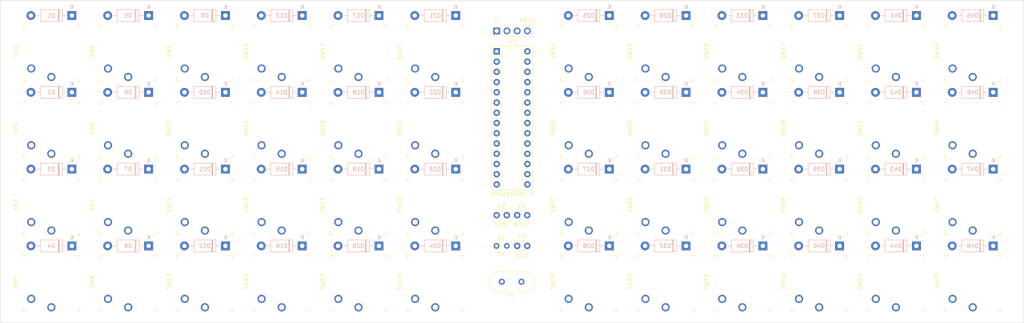
<source format=kicad_pcb>
(kicad_pcb (version 20221018) (generator pcbnew)
  (layers (0 "F.Cu" signal) (31 "B.Cu" signal) (34 "B.Paste" user) (35 "F.Paste" user) (36 "B.SilkS" user "B.Silkscreen") (37 "F.SilkS" user "F.Silkscreen") (38 "B.Mask" user) (39 "F.Mask" user) (44 "Edge.Cuts" user))
  (net 0 "")
  (net 1 "GND")
  (net 2 "Net-(U3-AREF)")
  (net 3 "Net-(U3-XTAL1{slash}PB6)")
  (net 4 "Net-(U3-XTAL2{slash}PB7)")
  (net 5 "ROW1")
  (net 6 "Net-(D1-A)")
  (net 7 "ROW2")
  (net 8 "Net-(D2-A)")
  (net 9 "ROW3")
  (net 10 "Net-(D3-A)")
  (net 11 "ROW4")
  (net 12 "Net-(D4-A)")
  (net 13 "Net-(D5-A)")
  (net 14 "Net-(D6-A)")
  (net 15 "Net-(D7-A)")
  (net 16 "Net-(D8-A)")
  (net 17 "Net-(D9-A)")
  (net 18 "Net-(D10-A)")
  (net 19 "Net-(D11-A)")
  (net 20 "Net-(D12-A)")
  (net 21 "Net-(D13-A)")
  (net 22 "Net-(D14-A)")
  (net 23 "Net-(D15-A)")
  (net 24 "Net-(D16-A)")
  (net 25 "Net-(D17-A)")
  (net 26 "Net-(D18-A)")
  (net 27 "Net-(D19-A)")
  (net 28 "Net-(D20-A)")
  (net 29 "Net-(D21-A)")
  (net 30 "Net-(D22-A)")
  (net 31 "Net-(D23-A)")
  (net 32 "Net-(D24-A)")
  (net 33 "ROW5")
  (net 34 "Net-(D25-A)")
  (net 35 "ROW6")
  (net 36 "Net-(D26-A)")
  (net 37 "ROW7")
  (net 38 "Net-(D27-A)")
  (net 39 "ROW8")
  (net 40 "Net-(D28-A)")
  (net 41 "Net-(D29-A)")
  (net 42 "Net-(D30-A)")
  (net 43 "Net-(D31-A)")
  (net 44 "Net-(D32-A)")
  (net 45 "Net-(D33-A)")
  (net 46 "Net-(D34-A)")
  (net 47 "Net-(D35-A)")
  (net 48 "Net-(D36-A)")
  (net 49 "Net-(D37-A)")
  (net 50 "Net-(D38-A)")
  (net 51 "Net-(D39-A)")
  (net 52 "Net-(D40-A)")
  (net 53 "Net-(D41-A)")
  (net 54 "Net-(D42-A)")
  (net 55 "Net-(D43-A)")
  (net 56 "Net-(D44-A)")
  (net 57 "Net-(D45-A)")
  (net 58 "Net-(D46-A)")
  (net 59 "Net-(D47-A)")
  (net 60 "Net-(D48-A)")
  (net 61 "Net-(U3-~{RESET}{slash}PC6)")
  (net 62 "+5V")
  (net 63 "COL1")
  (net 64 "COL2")
  (net 65 "COL3")
  (net 66 "COL4")
  (net 67 "COL5")
  (net 68 "COL6")
  (net 73 "PS2DATA")
  (net 74 "PS2CLK")
  (footprint "footprints:SW_PG1350" (layer "F.Cu") (at 208.28 65.22)
    (fp_text reference "SW34" (at -8.89 -0.45 90) (layer "F.SilkS"))
    (fp_text value "SW_Push")
    (pad "" np_thru_hole circle (at -5.5 0) (size 1.7018 1.7018) (drill 1.7018) (layers "*.Cu" "*.Mask"))
    (pad "" np_thru_hole circle (at 0 0) (size 3.429 3.429) (drill 3.429) (layers "*.Cu" "*.Mask"))
    (pad "" np_thru_hole circle (at 5.22 -4.2) (size 0.9906 0.9906) (drill 0.9906) (layers "*.Cu" "*.Mask"))
    (pad "" np_thru_hole circle (at 5.5 0) (size 1.7018 1.7018) (drill 1.7018) (layers "*.Cu" "*.Mask"))
    (pad "1" thru_hole circle (at 0 5.9) (size 2.032 2.032) (drill 1.27) (layers "*.Cu" "*.Mask") (net 65 "COL3"))
    (pad "2" thru_hole circle (at -5 3.8) (size 2.032 2.032) (drill 1.27) (layers "*.Cu" "*.Mask") (net 46 "Net-(D34-A)"))
  )
  (footprint "footprints:SW_PG1350" (layer "F.Cu") (at 189.23 84.27)
    (fp_text reference "SW31" (at -8.89 -0.45 90) (layer "F.SilkS"))
    (fp_text value "SW_Push")
    (pad "" np_thru_hole circle (at -5.5 0) (size 1.7018 1.7018) (drill 1.7018) (layers "*.Cu" "*.Mask"))
    (pad "" np_thru_hole circle (at 0 0) (size 3.429 3.429) (drill 3.429) (layers "*.Cu" "*.Mask"))
    (pad "" np_thru_hole circle (at 5.22 -4.2) (size 0.9906 0.9906) (drill 0.9906) (layers "*.Cu" "*.Mask"))
    (pad "" np_thru_hole circle (at 5.5 0) (size 1.7018 1.7018) (drill 1.7018) (layers "*.Cu" "*.Mask"))
    (pad "1" thru_hole circle (at 0 5.9) (size 2.032 2.032) (drill 1.27) (layers "*.Cu" "*.Mask") (net 64 "COL2"))
    (pad "2" thru_hole circle (at -5 3.8) (size 2.032 2.032) (drill 1.27) (layers "*.Cu" "*.Mask") (net 43 "Net-(D31-A)"))
  )
  (footprint "footprints:SW_PG1350" (layer "F.Cu") (at 113.03 84.27)
    (fp_text reference "SW19" (at -8.89 -0.45 90) (layer "F.SilkS"))
    (fp_text value "SW_Push")
    (pad "" np_thru_hole circle (at -5.5 0) (size 1.7018 1.7018) (drill 1.7018) (layers "*.Cu" "*.Mask"))
    (pad "" np_thru_hole circle (at 0 0) (size 3.429 3.429) (drill 3.429) (layers "*.Cu" "*.Mask"))
    (pad "" np_thru_hole circle (at 5.22 -4.2) (size 0.9906 0.9906) (drill 0.9906) (layers "*.Cu" "*.Mask"))
    (pad "" np_thru_hole circle (at 5.5 0) (size 1.7018 1.7018) (drill 1.7018) (layers "*.Cu" "*.Mask"))
    (pad "1" thru_hole circle (at 0 5.9) (size 2.032 2.032) (drill 1.27) (layers "*.Cu" "*.Mask") (net 67 "COL5"))
    (pad "2" thru_hole circle (at -5 3.8) (size 2.032 2.032) (drill 1.27) (layers "*.Cu" "*.Mask") (net 27 "Net-(D19-A)"))
  )
  (footprint "footprints:SW_PG1350" (layer "F.Cu") (at 227.33 103.32)
    (fp_text reference "SW40" (at -8.89 -0.45 90) (layer "F.SilkS"))
    (fp_text value "SW_Push")
    (pad "" np_thru_hole circle (at -5.5 0) (size 1.7018 1.7018) (drill 1.7018) (layers "*.Cu" "*.Mask"))
    (pad "" np_thru_hole circle (at 0 0) (size 3.429 3.429) (drill 3.429) (layers "*.Cu" "*.Mask"))
    (pad "" np_thru_hole circle (at 5.22 -4.2) (size 0.9906 0.9906) (drill 0.9906) (layers "*.Cu" "*.Mask"))
    (pad "" np_thru_hole circle (at 5.5 0) (size 1.7018 1.7018) (drill 1.7018) (layers "*.Cu" "*.Mask"))
    (pad "1" thru_hole circle (at 0 5.9) (size 2.032 2.032) (drill 1.27) (layers "*.Cu" "*.Mask") (net 66 "COL4"))
    (pad "2" thru_hole circle (at -5 3.8) (size 2.032 2.032) (drill 1.27) (layers "*.Cu" "*.Mask") (net 52 "Net-(D40-A)"))
  )
  (footprint "footprints:SW_PG1350" (layer "F.Cu") (at 246.38 46.17)
    (fp_text reference "SW41" (at -8.89 -0.45 90) (layer "F.SilkS"))
    (fp_text value "SW_Push")
    (pad "" np_thru_hole circle (at -5.5 0) (size 1.7018 1.7018) (drill 1.7018) (layers "*.Cu" "*.Mask"))
    (pad "" np_thru_hole circle (at 0 0) (size 3.429 3.429) (drill 3.429) (layers "*.Cu" "*.Mask"))
    (pad "" np_thru_hole circle (at 5.22 -4.2) (size 0.9906 0.9906) (drill 0.9906) (layers "*.Cu" "*.Mask"))
    (pad "" np_thru_hole circle (at 5.5 0) (size 1.7018 1.7018) (drill 1.7018) (layers "*.Cu" "*.Mask"))
    (pad "1" thru_hole circle (at 0 5.9) (size 2.032 2.032) (drill 1.27) (layers "*.Cu" "*.Mask") (net 67 "COL5"))
    (pad "2" thru_hole circle (at -5 3.8) (size 2.032 2.032) (drill 1.27) (layers "*.Cu" "*.Mask") (net 53 "Net-(D41-A)"))
  )
  (footprint "footprints:SW_PG1350" (layer "F.Cu") (at 55.88 84.27)
    (fp_text reference "SW7" (at -8.89 -0.45 90) (layer "F.SilkS"))
    (fp_text value "SW_Push")
    (pad "" np_thru_hole circle (at -5.5 0) (size 1.7018 1.7018) (drill 1.7018) (layers "*.Cu" "*.Mask"))
    (pad "" np_thru_hole circle (at 0 0) (size 3.429 3.429) (drill 3.429) (layers "*.Cu" "*.Mask"))
    (pad "" np_thru_hole circle (at 5.22 -4.2) (size 0.9906 0.9906) (drill 0.9906) (layers "*.Cu" "*.Mask"))
    (pad "" np_thru_hole circle (at 5.5 0) (size 1.7018 1.7018) (drill 1.7018) (layers "*.Cu" "*.Mask"))
    (pad "1" thru_hole circle (at 0 5.9) (size 2.032 2.032) (drill 1.27) (layers "*.Cu" "*.Mask") (net 64 "COL2"))
    (pad "2" thru_hole circle (at -5 3.8) (size 2.032 2.032) (drill 1.27) (layers "*.Cu" "*.Mask") (net 15 "Net-(D7-A)"))
  )
  (footprint "footprints:SW_PG1350" (layer "F.Cu") (at 246.38 103.32)
    (fp_text reference "SW44" (at -8.89 -0.45 90) (layer "F.SilkS"))
    (fp_text value "SW_Push")
    (pad "" np_thru_hole circle (at -5.5 0) (size 1.7018 1.7018) (drill 1.7018) (layers "*.Cu" "*.Mask"))
    (pad "" np_thru_hole circle (at 0 0) (size 3.429 3.429) (drill 3.429) (layers "*.Cu" "*.Mask"))
    (pad "" np_thru_hole circle (at 5.22 -4.2) (size 0.9906 0.9906) (drill 0.9906) (layers "*.Cu" "*.Mask"))
    (pad "" np_thru_hole circle (at 5.5 0) (size 1.7018 1.7018) (drill 1.7018) (layers "*.Cu" "*.Mask"))
    (pad "1" thru_hole circle (at 0 5.9) (size 2.032 2.032) (drill 1.27) (layers "*.Cu" "*.Mask") (net 67 "COL5"))
    (pad "2" thru_hole circle (at -5 3.8) (size 2.032 2.032) (drill 1.27) (layers "*.Cu" "*.Mask") (net 56 "Net-(D44-A)"))
  )
  (footprint "Capacitor_THT:C_Disc_D3.0mm_W2.0mm_P2.50mm" (layer "F.Cu") (at 152.4 93.98)
    (fp_text reference "C3" (at 1.25 -2.25) (layer "F.SilkS"))
    (fp_text value "22pF" (at 1.25 2.25) (layer "F.SilkS"))
    (pad "1" thru_hole circle (at 0 0) (size 1.6 1.6) (drill 0.8) (layers "*.Cu" "*.Mask") (net 1 "GND"))
    (pad "2" thru_hole circle (at 2.5 0) (size 1.6 1.6) (drill 0.8) (layers "*.Cu" "*.Mask") (net 4 "Net-(U3-XTAL2{slash}PB7)"))
  )
  (footprint "footprints:SW_PG1350" (layer "F.Cu") (at 227.33 84.27)
    (fp_text reference "SW39" (at -8.89 -0.45 90) (layer "F.SilkS"))
    (fp_text value "SW_Push")
    (pad "" np_thru_hole circle (at -5.5 0) (size 1.7018 1.7018) (drill 1.7018) (layers "*.Cu" "*.Mask"))
    (pad "" np_thru_hole circle (at 0 0) (size 3.429 3.429) (drill 3.429) (layers "*.Cu" "*.Mask"))
    (pad "" np_thru_hole circle (at 5.22 -4.2) (size 0.9906 0.9906) (drill 0.9906) (layers "*.Cu" "*.Mask"))
    (pad "" np_thru_hole circle (at 5.5 0) (size 1.7018 1.7018) (drill 1.7018) (layers "*.Cu" "*.Mask"))
    (pad "1" thru_hole circle (at 0 5.9) (size 2.032 2.032) (drill 1.27) (layers "*.Cu" "*.Mask") (net 66 "COL4"))
    (pad "2" thru_hole circle (at -5 3.8) (size 2.032 2.032) (drill 1.27) (layers "*.Cu" "*.Mask") (net 51 "Net-(D39-A)"))
  )
  (footprint "footprints:SW_PG1350" (layer "F.Cu") (at 55.88 46.17)
    (fp_text reference "SW5" (at -8.89 -0.45 90) (layer "F.SilkS"))
    (fp_text value "SW_Push")
    (pad "" np_thru_hole circle (at -5.5 0) (size 1.7018 1.7018) (drill 1.7018) (layers "*.Cu" "*.Mask"))
    (pad "" np_thru_hole circle (at 0 0) (size 3.429 3.429) (drill 3.429) (layers "*.Cu" "*.Mask"))
    (pad "" np_thru_hole circle (at 5.22 -4.2) (size 0.9906 0.9906) (drill 0.9906) (layers "*.Cu" "*.Mask"))
    (pad "" np_thru_hole circle (at 5.5 0) (size 1.7018 1.7018) (drill 1.7018) (layers "*.Cu" "*.Mask"))
    (pad "1" thru_hole circle (at 0 5.9) (size 2.032 2.032) (drill 1.27) (layers "*.Cu" "*.Mask") (net 64 "COL2"))
    (pad "2" thru_hole circle (at -5 3.8) (size 2.032 2.032) (drill 1.27) (layers "*.Cu" "*.Mask") (net 13 "Net-(D5-A)"))
  )
  (footprint "footprints:SW_PG1350" (layer "F.Cu") (at 36.83 65.22)
    (fp_text reference "SW2" (at -8.89 -0.45 90) (layer "F.SilkS"))
    (fp_text value "SW_Push")
    (pad "" np_thru_hole circle (at -5.5 0) (size 1.7018 1.7018) (drill 1.7018) (layers "*.Cu" "*.Mask"))
    (pad "" np_thru_hole circle (at 0 0) (size 3.429 3.429) (drill 3.429) (layers "*.Cu" "*.Mask"))
    (pad "" np_thru_hole circle (at 5.22 -4.2) (size 0.9906 0.9906) (drill 0.9906) (layers "*.Cu" "*.Mask"))
    (pad "" np_thru_hole circle (at 5.5 0) (size 1.7018 1.7018) (drill 1.7018) (layers "*.Cu" "*.Mask"))
    (pad "1" thru_hole circle (at 0 5.9) (size 2.032 2.032) (drill 1.27) (layers "*.Cu" "*.Mask") (net 63 "COL1"))
    (pad "2" thru_hole circle (at -5 3.8) (size 2.032 2.032) (drill 1.27) (layers "*.Cu" "*.Mask") (net 8 "Net-(D2-A)"))
  )
  (footprint "Capacitor_THT:C_Disc_D3.0mm_W2.0mm_P2.50mm" (layer "F.Cu") (at 147.32 86.36)
    (fp_text reference "C2" (at 1.25 -2.25) (layer "F.SilkS"))
    (fp_text value "22pF" (at 1.25 2.25) (layer "F.SilkS"))
    (pad "1" thru_hole circle (at 0 0) (size 1.6 1.6) (drill 0.8) (layers "*.Cu" "*.Mask") (net 1 "GND"))
    (pad "2" thru_hole circle (at 2.5 0) (size 1.6 1.6) (drill 0.8) (layers "*.Cu" "*.Mask") (net 3 "Net-(U3-XTAL1{slash}PB6)"))
  )
  (footprint "footprints:SW_PG1350" (layer "F.Cu") (at 265.43 65.22)
    (fp_text reference "SW46" (at -8.89 -0.45 90) (layer "F.SilkS"))
    (fp_text value "SW_Push")
    (pad "" np_thru_hole circle (at -5.5 0) (size 1.7018 1.7018) (drill 1.7018) (layers "*.Cu" "*.Mask"))
    (pad "" np_thru_hole circle (at 0 0) (size 3.429 3.429) (drill 3.429) (layers "*.Cu" "*.Mask"))
    (pad "" np_thru_hole circle (at 5.22 -4.2) (size 0.9906 0.9906) (drill 0.9906) (layers "*.Cu" "*.Mask"))
    (pad "" np_thru_hole circle (at 5.5 0) (size 1.7018 1.7018) (drill 1.7018) (layers "*.Cu" "*.Mask"))
    (pad "1" thru_hole circle (at 0 5.9) (size 2.032 2.032) (drill 1.27) (layers "*.Cu" "*.Mask") (net 68 "COL6"))
    (pad "2" thru_hole circle (at -5 3.8) (size 2.032 2.032) (drill 1.27) (layers "*.Cu" "*.Mask") (net 58 "Net-(D46-A)"))
  )
  (footprint "footprints:SW_PG1350" (layer "F.Cu") (at 246.38 65.22)
    (fp_text reference "SW42" (at -8.89 -0.45 90) (layer "F.SilkS"))
    (fp_text value "SW_Push")
    (pad "" np_thru_hole circle (at -5.5 0) (size 1.7018 1.7018) (drill 1.7018) (layers "*.Cu" "*.Mask"))
    (pad "" np_thru_hole circle (at 0 0) (size 3.429 3.429) (drill 3.429) (layers "*.Cu" "*.Mask"))
    (pad "" np_thru_hole circle (at 5.22 -4.2) (size 0.9906 0.9906) (drill 0.9906) (layers "*.Cu" "*.Mask"))
    (pad "" np_thru_hole circle (at 5.5 0) (size 1.7018 1.7018) (drill 1.7018) (layers "*.Cu" "*.Mask"))
    (pad "1" thru_hole circle (at 0 5.9) (size 2.032 2.032) (drill 1.27) (layers "*.Cu" "*.Mask") (net 67 "COL5"))
    (pad "2" thru_hole circle (at -5 3.8) (size 2.032 2.032) (drill 1.27) (layers "*.Cu" "*.Mask") (net 54 "Net-(D42-A)"))
  )
  (footprint "footprints:SW_PG1350" (layer "F.Cu") (at 246.38 84.27)
    (fp_text reference "SW43" (at -8.89 -0.45 90) (layer "F.SilkS"))
    (fp_text value "SW_Push")
    (pad "" np_thru_hole circle (at -5.5 0) (size 1.7018 1.7018) (drill 1.7018) (layers "*.Cu" "*.Mask"))
    (pad "" np_thru_hole circle (at 0 0) (size 3.429 3.429) (drill 3.429) (layers "*.Cu" "*.Mask"))
    (pad "" np_thru_hole circle (at 5.22 -4.2) (size 0.9906 0.9906) (drill 0.9906) (layers "*.Cu" "*.Mask"))
    (pad "" np_thru_hole circle (at 5.5 0) (size 1.7018 1.7018) (drill 1.7018) (layers "*.Cu" "*.Mask"))
    (pad "1" thru_hole circle (at 0 5.9) (size 2.032 2.032) (drill 1.27) (layers "*.Cu" "*.Mask") (net 67 "COL5"))
    (pad "2" thru_hole circle (at -5 3.8) (size 2.032 2.032) (drill 1.27) (layers "*.Cu" "*.Mask") (net 55 "Net-(D43-A)"))
  )
  (footprint "footprints:SW_PG1350" (layer "F.Cu") (at 74.93 84.27)
    (fp_text reference "SW11" (at -8.89 -0.45 90) (layer "F.SilkS"))
    (fp_text value "SW_Push")
    (pad "" np_thru_hole circle (at -5.5 0) (size 1.7018 1.7018) (drill 1.7018) (layers "*.Cu" "*.Mask"))
    (pad "" np_thru_hole circle (at 0 0) (size 3.429 3.429) (drill 3.429) (layers "*.Cu" "*.Mask"))
    (pad "" np_thru_hole circle (at 5.22 -4.2) (size 0.9906 0.9906) (drill 0.9906) (layers "*.Cu" "*.Mask"))
    (pad "" np_thru_hole circle (at 5.5 0) (size 1.7018 1.7018) (drill 1.7018) (layers "*.Cu" "*.Mask"))
    (pad "1" thru_hole circle (at 0 5.9) (size 2.032 2.032) (drill 1.27) (layers "*.Cu" "*.Mask") (net 65 "COL3"))
    (pad "2" thru_hole circle (at -5 3.8) (size 2.032 2.032) (drill 1.27) (layers "*.Cu" "*.Mask") (net 19 "Net-(D11-A)"))
  )
  (footprint "footprints:SW_PG1350" (layer "F.Cu") (at 265.43 84.27)
    (fp_text reference "SW47" (at -8.89 -0.45 90) (layer "F.SilkS"))
    (fp_text value "SW_Push")
    (pad "" np_thru_hole circle (at -5.5 0) (size 1.7018 1.7018) (drill 1.7018) (layers "*.Cu" "*.Mask"))
    (pad "" np_thru_hole circle (at 0 0) (size 3.429 3.429) (drill 3.429) (layers "*.Cu" "*.Mask"))
    (pad "" np_thru_hole circle (at 5.22 -4.2) (size 0.9906 0.9906) (drill 0.9906) (layers "*.Cu" "*.Mask"))
    (pad "" np_thru_hole circle (at 5.5 0) (size 1.7018 1.7018) (drill 1.7018) (layers "*.Cu" "*.Mask"))
    (pad "1" thru_hole circle (at 0 5.9) (size 2.032 2.032) (drill 1.27) (layers "*.Cu" "*.Mask") (net 68 "COL6"))
    (pad "2" thru_hole circle (at -5 3.8) (size 2.032 2.032) (drill 1.27) (layers "*.Cu" "*.Mask") (net 59 "Net-(D47-A)"))
  )
  (footprint "footprints:SW_PG1350" (layer "F.Cu") (at 132.08 103.32)
    (fp_text reference "SW24" (at -8.89 -0.45 90) (layer "F.SilkS"))
    (fp_text value "SW_Push")
    (pad "" np_thru_hole circle (at -5.5 0) (size 1.7018 1.7018) (drill 1.7018) (layers "*.Cu" "*.Mask"))
    (pad "" np_thru_hole circle (at 0 0) (size 3.429 3.429) (drill 3.429) (layers "*.Cu" "*.Mask"))
    (pad "" np_thru_hole circle (at 5.22 -4.2) (size 0.9906 0.9906) (drill 0.9906) (layers "*.Cu" "*.Mask"))
    (pad "" np_thru_hole circle (at 5.5 0) (size 1.7018 1.7018) (drill 1.7018) (layers "*.Cu" "*.Mask"))
    (pad "1" thru_hole circle (at 0 5.9) (size 2.032 2.032) (drill 1.27) (layers "*.Cu" "*.Mask") (net 68 "COL6"))
    (pad "2" thru_hole circle (at -5 3.8) (size 2.032 2.032) (drill 1.27) (layers "*.Cu" "*.Mask") (net 32 "Net-(D24-A)"))
  )
  (footprint "footprints:SW_PG1350" (layer "F.Cu") (at 93.98 65.22)
    (fp_text reference "SW14" (at -8.89 -0.45 90) (layer "F.SilkS"))
    (fp_text value "SW_Push")
    (pad "" np_thru_hole circle (at -5.5 0) (size 1.7018 1.7018) (drill 1.7018) (layers "*.Cu" "*.Mask"))
    (pad "" np_thru_hole circle (at 0 0) (size 3.429 3.429) (drill 3.429) (layers "*.Cu" "*.Mask"))
    (pad "" np_thru_hole circle (at 5.22 -4.2) (size 0.9906 0.9906) (drill 0.9906) (layers "*.Cu" "*.Mask"))
    (pad "" np_thru_hole circle (at 5.5 0) (size 1.7018 1.7018) (drill 1.7018) (layers "*.Cu" "*.Mask"))
    (pad "1" thru_hole circle (at 0 5.9) (size 2.032 2.032) (drill 1.27) (layers "*.Cu" "*.Mask") (net 66 "COL4"))
    (pad "2" thru_hole circle (at -5 3.8) (size 2.032 2.032) (drill 1.27) (layers "*.Cu" "*.Mask") (net 22 "Net-(D14-A)"))
  )
  (footprint "footprints:SW_PG1350" (layer "F.Cu") (at 113.03 103.32)
    (fp_text reference "SW20" (at -8.89 -0.45 90) (layer "F.SilkS"))
    (fp_text value "SW_Push")
    (pad "" np_thru_hole circle (at -5.5 0) (size 1.7018 1.7018) (drill 1.7018) (layers "*.Cu" "*.Mask"))
    (pad "" np_thru_hole circle (at 0 0) (size 3.429 3.429) (drill 3.429) (layers "*.Cu" "*.Mask"))
    (pad "" np_thru_hole circle (at 5.22 -4.2) (size 0.9906 0.9906) (drill 0.9906) (layers "*.Cu" "*.Mask"))
    (pad "" np_thru_hole circle (at 5.5 0) (size 1.7018 1.7018) (drill 1.7018) (layers "*.Cu" "*.Mask"))
    (pad "1" thru_hole circle (at 0 5.9) (size 2.032 2.032) (drill 1.27) (layers "*.Cu" "*.Mask") (net 67 "COL5"))
    (pad "2" thru_hole circle (at -5 3.8) (size 2.032 2.032) (drill 1.27) (layers "*.Cu" "*.Mask") (net 28 "Net-(D20-A)"))
  )
  (footprint "footprints:SW_PG1350" (layer "F.Cu") (at 189.23 103.32)
    (fp_text reference "SW32" (at -8.89 -0.45 90) (layer "F.SilkS"))
    (fp_text value "SW_Push")
    (pad "" np_thru_hole circle (at -5.5 0) (size 1.7018 1.7018) (drill 1.7018) (layers "*.Cu" "*.Mask"))
    (pad "" np_thru_hole circle (at 0 0) (size 3.429 3.429) (drill 3.429) (layers "*.Cu" "*.Mask"))
    (pad "" np_thru_hole circle (at 5.22 -4.2) (size 0.9906 0.9906) (drill 0.9906) (layers "*.Cu" "*.Mask"))
    (pad "" np_thru_hole circle (at 5.5 0) (size 1.7018 1.7018) (drill 1.7018) (layers "*.Cu" "*.Mask"))
    (pad "1" thru_hole circle (at 0 5.9) (size 2.032 2.032) (drill 1.27) (layers "*.Cu" "*.Mask") (net 64 "COL2"))
    (pad "2" thru_hole circle (at -5 3.8) (size 2.032 2.032) (drill 1.27) (layers "*.Cu" "*.Mask") (net 44 "Net-(D32-A)"))
  )
  (footprint "footprints:SW_PG1350" (layer "F.Cu") (at 55.88 103.32)
    (fp_text reference "SW8" (at -8.89 -0.45 90) (layer "F.SilkS"))
    (fp_text value "SW_Push")
    (pad "" np_thru_hole circle (at -5.5 0) (size 1.7018 1.7018) (drill 1.7018) (layers "*.Cu" "*.Mask"))
    (pad "" np_thru_hole circle (at 0 0) (size 3.429 3.429) (drill 3.429) (layers "*.Cu" "*.Mask"))
    (pad "" np_thru_hole circle (at 5.22 -4.2) (size 0.9906 0.9906) (drill 0.9906) (layers "*.Cu" "*.Mask"))
    (pad "" np_thru_hole circle (at 5.5 0) (size 1.7018 1.7018) (drill 1.7018) (layers "*.Cu" "*.Mask"))
    (pad "1" thru_hole circle (at 0 5.9) (size 2.032 2.032) (drill 1.27) (layers "*.Cu" "*.Mask") (net 64 "COL2"))
    (pad "2" thru_hole circle (at -5 3.8) (size 2.032 2.032) (drill 1.27) (layers "*.Cu" "*.Mask") (net 16 "Net-(D8-A)"))
  )
  (footprint "footprints:SW_PG1350" (layer "F.Cu") (at 36.83 84.27)
    (fp_text reference "SW3" (at -8.89 -0.45 90) (layer "F.SilkS"))
    (fp_text value "SW_Push")
    (pad "" np_thru_hole circle (at -5.5 0) (size 1.7018 1.7018) (drill 1.7018) (layers "*.Cu" "*.Mask"))
    (pad "" np_thru_hole circle (at 0 0) (size 3.429 3.429) (drill 3.429) (layers "*.Cu" "*.Mask"))
    (pad "" np_thru_hole circle (at 5.22 -4.2) (size 0.9906 0.9906) (drill 0.9906) (layers "*.Cu" "*.Mask"))
    (pad "" np_thru_hole circle (at 5.5 0) (size 1.7018 1.7018) (drill 1.7018) (layers "*.Cu" "*.Mask"))
    (pad "1" thru_hole circle (at 0 5.9) (size 2.032 2.032) (drill 1.27) (layers "*.Cu" "*.Mask") (net 63 "COL1"))
    (pad "2" thru_hole circle (at -5 3.8) (size 2.032 2.032) (drill 1.27) (layers "*.Cu" "*.Mask") (net 10 "Net-(D3-A)"))
  )
  (footprint "footprints:SW_PG1350" (layer "F.Cu") (at 189.23 65.22)
    (fp_text reference "SW30" (at -8.89 -0.45 90) (layer "F.SilkS"))
    (fp_text value "SW_Push")
    (pad "" np_thru_hole circle (at -5.5 0) (size 1.7018 1.7018) (drill 1.7018) (layers "*.Cu" "*.Mask"))
    (pad "" np_thru_hole circle (at 0 0) (size 3.429 3.429) (drill 3.429) (layers "*.Cu" "*.Mask"))
    (pad "" np_thru_hole circle (at 5.22 -4.2) (size 0.9906 0.9906) (drill 0.9906) (layers "*.Cu" "*.Mask"))
    (pad "" np_thru_hole circle (at 5.5 0) (size 1.7018 1.7018) (drill 1.7018) (layers "*.Cu" "*.Mask"))
    (pad "1" thru_hole circle (at 0 5.9) (size 2.032 2.032) (drill 1.27) (layers "*.Cu" "*.Mask") (net 64 "COL2"))
    (pad "2" thru_hole circle (at -5 3.8) (size 2.032 2.032) (drill 1.27) (layers "*.Cu" "*.Mask") (net 42 "Net-(D30-A)"))
  )
  (footprint "footprints:SW_PG1350" (layer "F.Cu") (at 227.33 46.17)
    (fp_text reference "SW37" (at -8.89 -0.45 90) (layer "F.SilkS"))
    (fp_text value "SW_Push")
    (pad "" np_thru_hole circle (at -5.5 0) (size 1.7018 1.7018) (drill 1.7018) (layers "*.Cu" "*.Mask"))
    (pad "" np_thru_hole circle (at 0 0) (size 3.429 3.429) (drill 3.429) (layers "*.Cu" "*.Mask"))
    (pad "" np_thru_hole circle (at 5.22 -4.2) (size 0.9906 0.9906) (drill 0.9906) (layers "*.Cu" "*.Mask"))
    (pad "" np_thru_hole circle (at 5.5 0) (size 1.7018 1.7018) (drill 1.7018) (layers "*.Cu" "*.Mask"))
    (pad "1" thru_hole circle (at 0 5.9) (size 2.032 2.032) (drill 1.27) (layers "*.Cu" "*.Mask") (net 66 "COL4"))
    (pad "2" thru_hole circle (at -5 3.8) (size 2.032 2.032) (drill 1.27) (layers "*.Cu" "*.Mask") (net 49 "Net-(D37-A)"))
  )
  (footprint "footprints:SW_PG1350" (layer "F.Cu") (at 170.18 103.32)
    (fp_text reference "SW28" (at -8.89 -0.45 90) (layer "F.SilkS"))
    (fp_text value "SW_Push")
    (pad "" np_thru_hole circle (at -5.5 0) (size 1.7018 1.7018) (drill 1.7018) (layers "*.Cu" "*.Mask"))
    (pad "" np_thru_hole circle (at 0 0) (size 3.429 3.429) (drill 3.429) (layers "*.Cu" "*.Mask"))
    (pad "" np_thru_hole circle (at 5.22 -4.2) (size 0.9906 0.9906) (drill 0.9906) (layers "*.Cu" "*.Mask"))
    (pad "" np_thru_hole circle (at 5.5 0) (size 1.7018 1.7018) (drill 1.7018) (layers "*.Cu" "*.Mask"))
    (pad "1" thru_hole circle (at 0 5.9) (size 2.032 2.032) (drill 1.27) (layers "*.Cu" "*.Mask") (net 63 "COL1"))
    (pad "2" thru_hole circle (at -5 3.8) (size 2.032 2.032) (drill 1.27) (layers "*.Cu" "*.Mask") (net 40 "Net-(D28-A)"))
  )
  (footprint "footprints:SW_PG1350" (layer "F.Cu") (at 227.33 65.22)
    (fp_text reference "SW38" (at -8.89 -0.45 90) (layer "F.SilkS"))
    (fp_text value "SW_Push")
    (pad "" np_thru_hole circle (at -5.5 0) (size 1.7018 1.7018) (drill 1.7018) (layers "*.Cu" "*.Mask"))
    (pad "" np_thru_hole circle (at 0 0) (size 3.429 3.429) (drill 3.429) (layers "*.Cu" "*.Mask"))
    (pad "" np_thru_hole circle (at 5.22 -4.2) (size 0.9906 0.9906) (drill 0.9906) (layers "*.Cu" "*.Mask"))
    (pad "" np_thru_hole circle (at 5.5 0) (size 1.7018 1.7018) (drill 1.7018) (layers "*.Cu" "*.Mask"))
    (pad "1" thru_hole circle (at 0 5.9) (size 2.032 2.032) (drill 1.27) (layers "*.Cu" "*.Mask") (net 66 "COL4"))
    (pad "2" thru_hole circle (at -5 3.8) (size 2.032 2.032) (drill 1.27) (layers "*.Cu" "*.Mask") (net 50 "Net-(D38-A)"))
  )
  (footprint "Crystal:Crystal_HC49-U_Vertical" (layer "F.Cu") (at 153.47 102.87 180)
    (fp_text reference "Y1" (at 2.44 -3.525) (layer "F.SilkS"))
    (fp_text value "Crystal")
    (pad "1" thru_hole circle (at 0 0 180) (size 1.5 1.5) (drill 0.8) (layers "*.Cu" "*.Mask") (net 4 "Net-(U3-XTAL2{slash}PB7)"))
    (pad "2" thru_hole circle (at 4.88 0 180) (size 1.5 1.5) (drill 0.8) (layers "*.Cu" "*.Mask") (net 3 "Net-(U3-XTAL1{slash}PB6)"))
  )
  (footprint "footprints:SW_PG1350" (layer "F.Cu") (at 132.08 84.27)
    (fp_text reference "SW23" (at -8.89 -0.45 90) (layer "F.SilkS"))
    (fp_text value "SW_Push")
    (pad "" np_thru_hole circle (at -5.5 0) (size 1.7018 1.7018) (drill 1.7018) (layers "*.Cu" "*.Mask"))
    (pad "" np_thru_hole circle (at 0 0) (size 3.429 3.429) (drill 3.429) (layers "*.Cu" "*.Mask"))
    (pad "" np_thru_hole circle (at 5.22 -4.2) (size 0.9906 0.9906) (drill 0.9906) (layers "*.Cu" "*.Mask"))
    (pad "" np_thru_hole circle (at 5.5 0) (size 1.7018 1.7018) (drill 1.7018) (layers "*.Cu" "*.Mask"))
    (pad "1" thru_hole circle (at 0 5.9) (size 2.032 2.032) (drill 1.27) (layers "*.Cu" "*.Mask") (net 68 "COL6"))
    (pad "2" thru_hole circle (at -5 3.8) (size 2.032 2.032) (drill 1.27) (layers "*.Cu" "*.Mask") (net 31 "Net-(D23-A)"))
  )
  (footprint "footprints:SW_PG1350" (layer "F.Cu") (at 132.08 65.22)
    (fp_text reference "SW22" (at -8.89 -0.45 90) (layer "F.SilkS"))
    (fp_text value "SW_Push")
    (pad "" np_thru_hole circle (at -5.5 0) (size 1.7018 1.7018) (drill 1.7018) (layers "*.Cu" "*.Mask"))
    (pad "" np_thru_hole circle (at 0 0) (size 3.429 3.429) (drill 3.429) (layers "*.Cu" "*.Mask"))
    (pad "" np_thru_hole circle (at 5.22 -4.2) (size 0.9906 0.9906) (drill 0.9906) (layers "*.Cu" "*.Mask"))
    (pad "" np_thru_hole circle (at 5.5 0) (size 1.7018 1.7018) (drill 1.7018) (layers "*.Cu" "*.Mask"))
    (pad "1" thru_hole circle (at 0 5.9) (size 2.032 2.032) (drill 1.27) (layers "*.Cu" "*.Mask") (net 68 "COL6"))
    (pad "2" thru_hole circle (at -5 3.8) (size 2.032 2.032) (drill 1.27) (layers "*.Cu" "*.Mask") (net 30 "Net-(D22-A)"))
  )
  (footprint "footprints:SW_PG1350" (layer "F.Cu") (at 208.28 46.17)
    (fp_text reference "SW33" (at -8.89 -0.45 90) (layer "F.SilkS"))
    (fp_text value "SW_Push")
    (pad "" np_thru_hole circle (at -5.5 0) (size 1.7018 1.7018) (drill 1.7018) (layers "*.Cu" "*.Mask"))
    (pad "" np_thru_hole circle (at 0 0) (size 3.429 3.429) (drill 3.429) (layers "*.Cu" "*.Mask"))
    (pad "" np_thru_hole circle (at 5.22 -4.2) (size 0.9906 0.9906) (drill 0.9906) (layers "*.Cu" "*.Mask"))
    (pad "" np_thru_hole circle (at 5.5 0) (size 1.7018 1.7018) (drill 1.7018) (layers "*.Cu" "*.Mask"))
    (pad "1" thru_hole circle (at 0 5.9) (size 2.032 2.032) (drill 1.27) (layers "*.Cu" "*.Mask") (net 65 "COL3"))
    (pad "2" thru_hole circle (at -5 3.8) (size 2.032 2.032) (drill 1.27) (layers "*.Cu" "*.Mask") (net 45 "Net-(D33-A)"))
  )
  (footprint "footprints:SW_PG1350" (layer "F.Cu") (at 74.93 103.32)
    (fp_text reference "SW12" (at -8.89 -0.45 90) (layer "F.SilkS"))
    (fp_text value "SW_Push")
    (pad "" np_thru_hole circle (at -5.5 0) (size 1.7018 1.7018) (drill 1.7018) (layers "*.Cu" "*.Mask"))
    (pad "" np_thru_hole circle (at 0 0) (size 3.429 3.429) (drill 3.429) (layers "*.Cu" "*.Mask"))
    (pad "" np_thru_hole circle (at 5.22 -4.2) (size 0.9906 0.9906) (drill 0.9906) (layers "*.Cu" "*.Mask"))
    (pad "" np_thru_hole circle (at 5.5 0) (size 1.7018 1.7018) (drill 1.7018) (layers "*.Cu" "*.Mask"))
    (pad "1" thru_hole circle (at 0 5.9) (size 2.032 2.032) (drill 1.27) (layers "*.Cu" "*.Mask") (net 65 "COL3"))
    (pad "2" thru_hole circle (at -5 3.8) (size 2.032 2.032) (drill 1.27) (layers "*.Cu" "*.Mask") (net 20 "Net-(D12-A)"))
  )
  (footprint "Capacitor_THT:C_Disc_D3.0mm_W2.0mm_P2.50mm" (layer "F.Cu") (at 152.4 86.36)
    (fp_text reference "C1" (at 1.25 -2.25) (layer "F.SilkS"))
    (fp_text value "0,1uF" (at 1.25 2.25) (layer "F.SilkS"))
    (pad "1" thru_hole circle (at 0 0) (size 1.6 1.6) (drill 0.8) (layers "*.Cu" "*.Mask") (net 1 "GND"))
    (pad "2" thru_hole circle (at 2.5 0) (size 1.6 1.6) (drill 0.8) (layers "*.Cu" "*.Mask") (net 2 "Net-(U3-AREF)"))
  )
  (footprint "footprints:SW_PG1350" (layer "F.Cu") (at 93.98 103.32)
    (fp_text reference "SW16" (at -8.89 -0.45 90) (layer "F.SilkS"))
    (fp_text value "SW_Push")
    (pad "" np_thru_hole circle (at -5.5 0) (size 1.7018 1.7018) (drill 1.7018) (layers "*.Cu" "*.Mask"))
    (pad "" np_thru_hole circle (at 0 0) (size 3.429 3.429) (drill 3.429) (layers "*.Cu" "*.Mask"))
    (pad "" np_thru_hole circle (at 5.22 -4.2) (size 0.9906 0.9906) (drill 0.9906) (layers "*.Cu" "*.Mask"))
    (pad "" np_thru_hole circle (at 5.5 0) (size 1.7018 1.7018) (drill 1.7018) (layers "*.Cu" "*.Mask"))
    (pad "1" thru_hole circle (at 0 5.9) (size 2.032 2.032) (drill 1.27) (layers "*.Cu" "*.Mask") (net 66 "COL4"))
    (pad "2" thru_hole circle (at -5 3.8) (size 2.032 2.032) (drill 1.27) (layers "*.Cu" "*.Mask") (net 24 "Net-(D16-A)"))
  )
  (footprint "footprints:SW_PG1350" (layer "F.Cu") (at 113.03 65.22)
    (fp_text reference "SW18" (at -8.89 -0.45 90) (layer "F.SilkS"))
    (fp_text value "SW_Push")
    (pad "" np_thru_hole circle (at -5.5 0) (size 1.7018 1.7018) (drill 1.7018) (layers "*.Cu" "*.Mask"))
    (pad "" np_thru_hole circle (at 0 0) (size 3.429 3.429) (drill 3.429) (layers "*.Cu" "*.Mask"))
    (pad "" np_thru_hole circle (at 5.22 -4.2) (size 0.9906 0.9906) (drill 0.9906) (layers "*.Cu" "*.Mask"))
    (pad "" np_thru_hole circle (at 5.5 0) (size 1.7018 1.7018) (drill 1.7018) (layers "*.Cu" "*.Mask"))
    (pad "1" thru_hole circle (at 0 5.9) (size 2.032 2.032) (drill 1.27) (layers "*.Cu" "*.Mask") (net 67 "COL5"))
    (pad "2" thru_hole circle (at -5 3.8) (size 2.032 2.032) (drill 1.27) (layers "*.Cu" "*.Mask") (net 26 "Net-(D18-A)"))
  )
  (footprint "footprints:SW_PG1350" (layer "F.Cu") (at 208.28 103.32)
    (fp_text reference "SW36" (at -8.89 -0.45 90) (layer "F.SilkS"))
    (fp_text value "SW_Push")
    (pad "" np_thru_hole circle (at -5.5 0) (size 1.7018 1.7018) (drill 1.7018) (layers "*.Cu" "*.Mask"))
    (pad "" np_thru_hole circle (at 0 0) (size 3.429 3.429) (drill 3.429) (layers "*.Cu" "*.Mask"))
    (pad "" np_thru_hole circle (at 5.22 -4.2) (size 0.9906 0.9906) (drill 0.9906) (layers "*.Cu" "*.Mask"))
    (pad "" np_thru_hole circle (at 5.5 0) (size 1.7018 1.7018) (drill 1.7018) (layers "*.Cu" "*.Mask"))
    (pad "1" thru_hole circle (at 0 5.9) (size 2.032 2.032) (drill 1.27) (layers "*.Cu" "*.Mask") (net 65 "COL3"))
    (pad "2" thru_hole circle (at -5 3.8) (size 2.032 2.032) (drill 1.27) (layers "*.Cu" "*.Mask") (net 48 "Net-(D36-A)"))
  )
  (footprint "footprints:SW_PG1350" (layer "F.Cu") (at 113.03 46.17)
    (fp_text reference "SW17" (at -8.89 -0.45 90) (layer "F.SilkS"))
    (fp_text value "SW_Push")
    (pad "" np_thru_hole circle (at -5.5 0) (size 1.7018 1.7018) (drill 1.7018) (layers "*.Cu" "*.Mask"))
    (pad "" np_thru_hole circle (at 0 0) (size 3.429 3.429) (drill 3.429) (layers "*.Cu" "*.Mask"))
    (pad "" np_thru_hole circle (at 5.22 -4.2) (size 0.9906 0.9906) (drill 0.9906) (layers "*.Cu" "*.Mask"))
    (pad "" np_thru_hole circle (at 5.5 0) (size 1.7018 1.7018) (drill 1.7018) (layers "*.Cu" "*.Mask"))
    (pad "1" thru_hole circle (at 0 5.9) (size 2.032 2.032) (drill 1.27) (layers "*.Cu" "*.Mask") (net 67 "COL5"))
    (pad "2" thru_hole circle (at -5 3.8) (size 2.032 2.032) (drill 1.27) (layers "*.Cu" "*.Mask") (net 25 "Net-(D17-A)"))
  )
  (footprint "footprints:SW_PG1350" (layer "F.Cu") (at 265.43 103.32)
    (fp_text reference "SW48" (at -8.89 -0.45 90) (layer "F.SilkS"))
    (fp_text value "SW_Push")
    (pad "" np_thru_hole circle (at -5.5 0) (size 1.7018 1.7018) (drill 1.7018) (layers "*.Cu" "*.Mask"))
    (pad "" np_thru_hole circle (at 0 0) (size 3.429 3.429) (drill 3.429) (layers "*.Cu" "*.Mask"))
    (pad "" np_thru_hole circle (at 5.22 -4.2) (size 0.9906 0.9906) (drill 0.9906) (layers "*.Cu" "*.Mask"))
    (pad "" np_thru_hole circle (at 5.5 0) (size 1.7018 1.7018) (drill 1.7018) (layers "*.Cu" "*.Mask"))
    (pad "1" thru_hole circle (at 0 5.9) (size 2.032 2.032) (drill 1.27) (layers "*.Cu" "*.Mask") (net 68 "COL6"))
    (pad "2" thru_hole circle (at -5 3.8) (size 2.032 2.032) (drill 1.27) (layers "*.Cu" "*.Mask") (net 60 "Net-(D48-A)"))
  )
  (footprint "footprints:SW_PG1350" (layer "F.Cu") (at 265.43 46.17)
    (fp_text reference "SW45" (at -8.89 -0.45 90) (layer "F.SilkS"))
    (fp_text value "SW_Push")
    (pad "" np_thru_hole circle (at -5.5 0) (size 1.7018 1.7018) (drill 1.7018) (layers "*.Cu" "*.Mask"))
    (pad "" np_thru_hole circle (at 0 0) (size 3.429 3.429) (drill 3.429) (layers "*.Cu" "*.Mask"))
    (pad "" np_thru_hole circle (at 5.22 -4.2) (size 0.9906 0.9906) (drill 0.9906) (layers "*.Cu" "*.Mask"))
    (pad "" np_thru_hole circle (at 5.5 0) (size 1.7018 1.7018) (drill 1.7018) (layers "*.Cu" "*.Mask"))
    (pad "1" thru_hole circle (at 0 5.9) (size 2.032 2.032) (drill 1.27) (layers "*.Cu" "*.Mask") (net 68 "COL6"))
    (pad "2" thru_hole circle (at -5 3.8) (size 2.032 2.032) (drill 1.27) (layers "*.Cu" "*.Mask") (net 57 "Net-(D45-A)"))
  )
  (footprint "footprints:SW_PG1350" (layer "F.Cu") (at 74.93 65.22)
    (fp_text reference "SW10" (at -8.89 -0.45 90) (layer "F.SilkS"))
    (fp_text value "SW_Push")
    (pad "" np_thru_hole circle (at -5.5 0) (size 1.7018 1.7018) (drill 1.7018) (layers "*.Cu" "*.Mask"))
    (pad "" np_thru_hole circle (at 0 0) (size 3.429 3.429) (drill 3.429) (layers "*.Cu" "*.Mask"))
    (pad "" np_thru_hole circle (at 5.22 -4.2) (size 0.9906 0.9906) (drill 0.9906) (layers "*.Cu" "*.Mask"))
    (pad "" np_thru_hole circle (at 5.5 0) (size 1.7018 1.7018) (drill 1.7018) (layers "*.Cu" "*.Mask"))
    (pad "1" thru_hole circle (at 0 5.9) (size 2.032 2.032) (drill 1.27) (layers "*.Cu" "*.Mask") (net 65 "COL3"))
    (pad "2" thru_hole circle (at -5 3.8) (size 2.032 2.032) (drill 1.27) (layers "*.Cu" "*.Mask") (net 18 "Net-(D10-A)"))
  )
  (footprint "footprints:SW_PG1350" (layer "F.Cu") (at 93.98 84.27)
    (fp_text reference "SW15" (at -8.89 -0.45 90) (layer "F.SilkS"))
    (fp_text value "SW_Push")
    (pad "" np_thru_hole circle (at -5.5 0) (size 1.7018 1.7018) (drill 1.7018) (layers "*.Cu" "*.Mask"))
    (pad "" np_thru_hole circle (at 0 0) (size 3.429 3.429) (drill 3.429) (layers "*.Cu" "*.Mask"))
    (pad "" np_thru_hole circle (at 5.22 -4.2) (size 0.9906 0.9906) (drill 0.9906) (layers "*.Cu" "*.Mask"))
    (pad "" np_thru_hole circle (at 5.5 0) (size 1.7018 1.7018) (drill 1.7018) (layers "*.Cu" "*.Mask"))
    (pad "1" thru_hole circle (at 0 5.9) (size 2.032 2.032) (drill 1.27) (layers "*.Cu" "*.Mask") (net 66 "COL4"))
    (pad "2" thru_hole circle (at -5 3.8) (size 2.032 2.032) (drill 1.27) (layers "*.Cu" "*.Mask") (net 23 "Net-(D15-A)"))
  )
  (footprint "footprints:SW_PG1350" (layer "F.Cu") (at 74.93 46.17)
    (fp_text reference "SW9" (at -8.89 -0.45 90) (layer "F.SilkS"))
    (fp_text value "SW_Push")
    (pad "" np_thru_hole circle (at -5.5 0) (size 1.7018 1.7018) (drill 1.7018) (layers "*.Cu" "*.Mask"))
    (pad "" np_thru_hole circle (at 0 0) (size 3.429 3.429) (drill 3.429) (layers "*.Cu" "*.Mask"))
    (pad "" np_thru_hole circle (at 5.22 -4.2) (size 0.9906 0.9906) (drill 0.9906) (layers "*.Cu" "*.Mask"))
    (pad "" np_thru_hole circle (at 5.5 0) (size 1.7018 1.7018) (drill 1.7018) (layers "*.Cu" "*.Mask"))
    (pad "1" thru_hole circle (at 0 5.9) (size 2.032 2.032) (drill 1.27) (layers "*.Cu" "*.Mask") (net 65 "COL3"))
    (pad "2" thru_hole circle (at -5 3.8) (size 2.032 2.032) (drill 1.27) (layers "*.Cu" "*.Mask") (net 17 "Net-(D9-A)"))
  )
  (footprint "footprints:SW_PG1350" (layer "F.Cu") (at 208.28 84.27)
    (fp_text reference "SW35" (at -8.89 -0.45 90) (layer "F.SilkS"))
    (fp_text value "SW_Push")
    (pad "" np_thru_hole circle (at -5.5 0) (size 1.7018 1.7018) (drill 1.7018) (layers "*.Cu" "*.Mask"))
    (pad "" np_thru_hole circle (at 0 0) (size 3.429 3.429) (drill 3.429) (layers "*.Cu" "*.Mask"))
    (pad "" np_thru_hole circle (at 5.22 -4.2) (size 0.9906 0.9906) (drill 0.9906) (layers "*.Cu" "*.Mask"))
    (pad "" np_thru_hole circle (at 5.5 0) (size 1.7018 1.7018) (drill 1.7018) (layers "*.Cu" "*.Mask"))
    (pad "1" thru_hole circle (at 0 5.9) (size 2.032 2.032) (drill 1.27) (layers "*.Cu" "*.Mask") (net 65 "COL3"))
    (pad "2" thru_hole circle (at -5 3.8) (size 2.032 2.032) (drill 1.27) (layers "*.Cu" "*.Mask") (net 47 "Net-(D35-A)"))
  )
  (footprint "Package_DIP:DIP-28_W7.62mm_Socket" (layer "F.Cu") (at 147.32 45.72)
    (fp_text reference "U3" (at 3.81 -2.33) (layer "F.SilkS"))
    (fp_text value "ATmega328-P" (at 3.81 35.35) (layer "F.SilkS"))
    (pad "1" thru_hole rect (at 0 0) (size 1.6 1.6) (drill 0.8) (layers "*.Cu" "*.Mask") (net 61 "Net-(U3-~{RESET}{slash}PC6)"))
    (pad "2" thru_hole oval (at 0 2.54) (size 1.6 1.6) (drill 0.8) (layers "*.Cu" "*.Mask") (net 5 "ROW1"))
    (pad "3" thru_hole oval (at 0 5.08) (size 1.6 1.6) (drill 0.8) (layers "*.Cu" "*.Mask") (net 7 "ROW2"))
    (pad "4" thru_hole oval (at 0 7.62) (size 1.6 1.6) (drill 0.8) (layers "*.Cu" "*.Mask") (net 9 "ROW3"))
    (pad "5" thru_hole oval (at 0 10.16) (size 1.6 1.6) (drill 0.8) (layers "*.Cu" "*.Mask") (net 11 "ROW4"))
    (pad "6" thru_hole oval (at 0 12.7) (size 1.6 1.6) (drill 0.8) (layers "*.Cu" "*.Mask"))
    (pad "7" thru_hole oval (at 0 15.24) (size 1.6 1.6) (drill 0.8) (layers "*.Cu" "*.Mask") (net 62 "+5V"))
    (pad "8" thru_hole oval (at 0 17.78) (size 1.6 1.6) (drill 0.8) (layers "*.Cu" "*.Mask") (net 1 "GND"))
    (pad "9" thru_hole oval (at 0 20.32) (size 1.6 1.6) (drill 0.8) (layers "*.Cu" "*.Mask") (net 3 "Net-(U3-XTAL1{slash}PB6)"))
    (pad "10" thru_hole oval (at 0 22.86) (size 1.6 1.6) (drill 0.8) (layers "*.Cu" "*.Mask") (net 4 "Net-(U3-XTAL2{slash}PB7)"))
    (pad "11" thru_hole oval (at 0 25.4) (size 1.6 1.6) (drill 0.8) (layers "*.Cu" "*.Mask"))
    (pad "12" thru_hole oval (at 0 27.94) (size 1.6 1.6) (drill 0.8) (layers "*.Cu" "*.Mask") (net 73 "PS2DATA"))
    (pad "13" thru_hole oval (at 0 30.48) (size 1.6 1.6) (drill 0.8) (layers "*.Cu" "*.Mask") (net 74 "PS2CLK"))
    (pad "14" thru_hole oval (at 0 33.02) (size 1.6 1.6) (drill 0.8) (layers "*.Cu" "*.Mask") (net 63 "COL1"))
    (pad "15" thru_hole oval (at 7.62 33.02) (size 1.6 1.6) (drill 0.8) (layers "*.Cu" "*.Mask") (net 64 "COL2"))
    (pad "16" thru_hole oval (at 7.62 30.48) (size 1.6 1.6) (drill 0.8) (layers "*.Cu" "*.Mask") (net 65 "COL3"))
    (pad "17" thru_hole oval (at 7.62 27.94) (size 1.6 1.6) (drill 0.8) (layers "*.Cu" "*.Mask") (net 66 "COL4"))
    (pad "18" thru_hole oval (at 7.62 25.4) (size 1.6 1.6) (drill 0.8) (layers "*.Cu" "*.Mask") (net 67 "COL5"))
    (pad "19" thru_hole oval (at 7.62 22.86) (size 1.6 1.6) (drill 0.8) (layers "*.Cu" "*.Mask") (net 68 "COL6"))
    (pad "20" thru_hole oval (at 7.62 20.32) (size 1.6 1.6) (drill 0.8) (layers "*.Cu" "*.Mask") (net 62 "+5V"))
    (pad "21" thru_hole oval (at 7.62 17.78) (size 1.6 1.6) (drill 0.8) (layers "*.Cu" "*.Mask") (net 2 "Net-(U3-AREF)"))
    (pad "22" thru_hole oval (at 7.62 15.24) (size 1.6 1.6) (drill 0.8) (layers "*.Cu" "*.Mask") (net 1 "GND"))
    (pad "23" thru_hole oval (at 7.62 12.7) (size 1.6 1.6) (drill 0.8) (layers "*.Cu" "*.Mask"))
    (pad "24" thru_hole oval (at 7.62 10.16) (size 1.6 1.6) (drill 0.8) (layers "*.Cu" "*.Mask") (net 39 "ROW8"))
    (pad "25" thru_hole oval (at 7.62 7.62) (size 1.6 1.6) (drill 0.8) (layers "*.Cu" "*.Mask") (net 37 "ROW7"))
    (pad "26" thru_hole oval (at 7.62 5.08) (size 1.6 1.6) (drill 0.8) (layers "*.Cu" "*.Mask") (net 35 "ROW6"))
    (pad "27" thru_hole oval (at 7.62 2.54) (size 1.6 1.6) (drill 0.8) (layers "*.Cu" "*.Mask") (net 33 "ROW5"))
    (pad "28" thru_hole oval (at 7.62 0) (size 1.6 1.6) (drill 0.8) (layers "*.Cu" "*.Mask"))
  )
  (footprint "Connector_PinHeader_2.54mm:PinHeader_1x04_P2.54mm_Vertical" (layer "F.Cu") (at 147.32 40.64 90)
    (fp_text reference "J1" (at 2.54 0 180) (layer "F.SilkS"))
    (fp_text value "PS/2" (at 2.54 7.62 180) (layer "F.SilkS"))
    (pad "1" thru_hole rect (at 0 0 90) (size 1.7 1.7) (drill 1) (layers "*.Cu" "*.Mask") (net 62 "+5V"))
    (pad "2" thru_hole oval (at 0 2.54 90) (size 1.7 1.7) (drill 1) (layers "*.Cu" "*.Mask") (net 73 "PS2DATA"))
    (pad "3" thru_hole oval (at 0 5.08 90) (size 1.7 1.7) (drill 1) (layers "*.Cu" "*.Mask") (net 74 "PS2CLK"))
    (pad "4" thru_hole oval (at 0 7.62 90) (size 1.7 1.7) (drill 1) (layers "*.Cu" "*.Mask") (net 1 "GND"))
  )
  (footprint "footprints:SW_PG1350" (layer "F.Cu") (at 132.08 46.17)
    (fp_text reference "SW21" (at -8.89 -0.45 90) (layer "F.SilkS"))
    (fp_text value "SW_Push")
    (pad "" np_thru_hole circle (at -5.5 0) (size 1.7018 1.7018) (drill 1.7018) (layers "*.Cu" "*.Mask"))
    (pad "" np_thru_hole circle (at 0 0) (size 3.429 3.429) (drill 3.429) (layers "*.Cu" "*.Mask"))
    (pad "" np_thru_hole circle (at 5.22 -4.2) (size 0.9906 0.9906) (drill 0.9906) (layers "*.Cu" "*.Mask"))
    (pad "" np_thru_hole circle (at 5.5 0) (size 1.7018 1.7018) (drill 1.7018) (layers "*.Cu" "*.Mask"))
    (pad "1" thru_hole circle (at 0 5.9) (size 2.032 2.032) (drill 1.27) (layers "*.Cu" "*.Mask") (net 68 "COL6"))
    (pad "2" thru_hole circle (at -5 3.8) (size 2.032 2.032) (drill 1.27) (layers "*.Cu" "*.Mask") (net 29 "Net-(D21-A)"))
  )
  (footprint "Resistor_THT:R_Axial_DIN0204_L3.6mm_D1.6mm_P2.54mm_Vertical" (layer "F.Cu") (at 147.28 93.98)
    (fp_text reference "R1" (at 1.27 -1.92) (layer "F.SilkS"))
    (fp_text value "5K" (at 1.27 1.92) (layer "F.SilkS"))
    (pad "1" thru_hole circle (at 0 0) (size 1.4 1.4) (drill 0.7) (layers "*.Cu" "*.Mask") (net 61 "Net-(U3-~{RESET}{slash}PC6)"))
    (pad "2" thru_hole oval (at 2.54 0) (size 1.4 1.4) (drill 0.7) (layers "*.Cu" "*.Mask") (net 62 "+5V"))
  )
  (footprint "footprints:SW_PG1350" (layer "F.Cu") (at 93.98 46.17)
    (fp_text reference "SW13" (at -8.89 -0.45 90) (layer "F.SilkS"))
    (fp_text value "SW_Push")
    (pad "" np_thru_hole circle (at -5.5 0) (size 1.7018 1.7018) (drill 1.7018) (layers "*.Cu" "*.Mask"))
    (pad "" np_thru_hole circle (at 0 0) (size 3.429 3.429) (drill 3.429) (layers "*.Cu" "*.Mask"))
    (pad "" np_thru_hole circle (at 5.22 -4.2) (size 0.9906 0.9906) (drill 0.9906) (layers "*.Cu" "*.Mask"))
    (pad "" np_thru_hole circle (at 5.5 0) (size 1.7018 1.7018) (drill 1.7018) (layers "*.Cu" "*.Mask"))
    (pad "1" thru_hole circle (at 0 5.9) (size 2.032 2.032) (drill 1.27) (layers "*.Cu" "*.Mask") (net 66 "COL4"))
    (pad "2" thru_hole circle (at -5 3.8) (size 2.032 2.032) (drill 1.27) (layers "*.Cu" "*.Mask") (net 21 "Net-(D13-A)"))
  )
  (footprint "footprints:SW_PG1350" (layer "F.Cu") (at 55.88 65.22)
    (fp_text reference "SW6" (at -8.89 -0.45 90) (layer "F.SilkS"))
    (fp_text value "SW_Push")
    (pad "" np_thru_hole circle (at -5.5 0) (size 1.7018 1.7018) (drill 1.7018) (layers "*.Cu" "*.Mask"))
    (pad "" np_thru_hole circle (at 0 0) (size 3.429 3.429) (drill 3.429) (layers "*.Cu" "*.Mask"))
    (pad "" np_thru_hole circle (at 5.22 -4.2) (size 0.9906 0.9906) (drill 0.9906) (layers "*.Cu" "*.Mask"))
    (pad "" np_thru_hole circle (at 5.5 0) (size 1.7018 1.7018) (drill 1.7018) (layers "*.Cu" "*.Mask"))
    (pad "1" thru_hole circle (at 0 5.9) (size 2.032 2.032) (drill 1.27) (layers "*.Cu" "*.Mask") (net 64 "COL2"))
    (pad "2" thru_hole circle (at -5 3.8) (size 2.032 2.032) (drill 1.27) (layers "*.Cu" "*.Mask") (net 14 "Net-(D6-A)"))
  )
  (footprint "footprints:SW_PG1350" (layer "F.Cu") (at 170.18 65.22)
    (fp_text reference "SW26" (at -8.89 -0.45 90) (layer "F.SilkS"))
    (fp_text value "SW_Push")
    (pad "" np_thru_hole circle (at -5.5 0) (size 1.7018 1.7018) (drill 1.7018) (layers "*.Cu" "*.Mask"))
    (pad "" np_thru_hole circle (at 0 0) (size 3.429 3.429) (drill 3.429) (layers "*.Cu" "*.Mask"))
    (pad "" np_thru_hole circle (at 5.22 -4.2) (size 0.9906 0.9906) (drill 0.9906) (layers "*.Cu" "*.Mask"))
    (pad "" np_thru_hole circle (at 5.5 0) (size 1.7018 1.7018) (drill 1.7018) (layers "*.Cu" "*.Mask"))
    (pad "1" thru_hole circle (at 0 5.9) (size 2.032 2.032) (drill 1.27) (layers "*.Cu" "*.Mask") (net 63 "COL1"))
    (pad "2" thru_hole circle (at -5 3.8) (size 2.032 2.032) (drill 1.27) (layers "*.Cu" "*.Mask") (net 36 "Net-(D26-A)"))
  )
  (footprint "footprints:SW_PG1350" (layer "F.Cu") (at 36.83 46.17)
    (fp_text reference "SW1" (at -8.89 -0.45 90) (layer "F.SilkS"))
    (fp_text value "SW_Push")
    (pad "" np_thru_hole circle (at -5.5 0) (size 1.7018 1.7018) (drill 1.7018) (layers "*.Cu" "*.Mask"))
    (pad "" np_thru_hole circle (at 0 0) (size 3.429 3.429) (drill 3.429) (layers "*.Cu" "*.Mask"))
    (pad "" np_thru_hole circle (at 5.22 -4.2) (size 0.9906 0.9906) (drill 0.9906) (layers "*.Cu" "*.Mask"))
    (pad "" np_thru_hole circle (at 5.5 0) (size 1.7018 1.7018) (drill 1.7018) (layers "*.Cu" "*.Mask"))
    (pad "1" thru_hole circle (at 0 5.9) (size 2.032 2.032) (drill 1.27) (layers "*.Cu" "*.Mask") (net 63 "COL1"))
    (pad "2" thru_hole circle (at -5 3.8) (size 2.032 2.032) (drill 1.27) (layers "*.Cu" "*.Mask") (net 6 "Net-(D1-A)"))
  )
  (footprint "footprints:SW_PG1350" (layer "F.Cu") (at 189.23 46.17)
    (fp_text reference "SW29" (at -8.89 -0.45 90) (layer "F.SilkS"))
    (fp_text value "SW_Push")
    (pad "" np_thru_hole circle (at -5.5 0) (size 1.7018 1.7018) (drill 1.7018) (layers "*.Cu" "*.Mask"))
    (pad "" np_thru_hole circle (at 0 0) (size 3.429 3.429) (drill 3.429) (layers "*.Cu" "*.Mask"))
    (pad "" np_thru_hole circle (at 5.22 -4.2) (size 0.9906 0.9906) (drill 0.9906) (layers "*.Cu" "*.Mask"))
    (pad "" np_thru_hole circle (at 5.5 0) (size 1.7018 1.7018) (drill 1.7018) (layers "*.Cu" "*.Mask"))
    (pad "1" thru_hole circle (at 0 5.9) (size 2.032 2.032) (drill 1.27) (layers "*.Cu" "*.Mask") (net 64 "COL2"))
    (pad "2" thru_hole circle (at -5 3.8) (size 2.032 2.032) (drill 1.27) (layers "*.Cu" "*.Mask") (net 41 "Net-(D29-A)"))
  )
  (footprint "footprints:SW_PG1350" (layer "F.Cu") (at 36.83 103.32)
    (fp_text reference "SW4" (at -8.89 -0.45 90) (layer "F.SilkS"))
    (fp_text value "SW_Push")
    (pad "" np_thru_hole circle (at -5.5 0) (size 1.7018 1.7018) (drill 1.7018) (layers "*.Cu" "*.Mask"))
    (pad "" np_thru_hole circle (at 0 0) (size 3.429 3.429) (drill 3.429) (layers "*.Cu" "*.Mask"))
    (pad "" np_thru_hole circle (at 5.22 -4.2) (size 0.9906 0.9906) (drill 0.9906) (layers "*.Cu" "*.Mask"))
    (pad "" np_thru_hole circle (at 5.5 0) (size 1.7018 1.7018) (drill 1.7018) (layers "*.Cu" "*.Mask"))
    (pad "1" thru_hole circle (at 0 5.9) (size 2.032 2.032) (drill 1.27) (layers "*.Cu" "*.Mask") (net 63 "COL1"))
    (pad "2" thru_hole circle (at -5 3.8) (size 2.032 2.032) (drill 1.27) (layers "*.Cu" "*.Mask") (net 12 "Net-(D4-A)"))
  )
  (footprint "footprints:SW_PG1350" (layer "F.Cu") (at 170.18 84.27)
    (fp_text reference "SW27" (at -8.89 -0.45 90) (layer "F.SilkS"))
    (fp_text value "SW_Push")
    (pad "" np_thru_hole circle (at -5.5 0) (size 1.7018 1.7018) (drill 1.7018) (layers "*.Cu" "*.Mask"))
    (pad "" np_thru_hole circle (at 0 0) (size 3.429 3.429) (drill 3.429) (layers "*.Cu" "*.Mask"))
    (pad "" np_thru_hole circle (at 5.22 -4.2) (size 0.9906 0.9906) (drill 0.9906) (layers "*.Cu" "*.Mask"))
    (pad "" np_thru_hole circle (at 5.5 0) (size 1.7018 1.7018) (drill 1.7018) (layers "*.Cu" "*.Mask"))
    (pad "1" thru_hole circle (at 0 5.9) (size 2.032 2.032) (drill 1.27) (layers "*.Cu" "*.Mask") (net 63 "COL1"))
    (pad "2" thru_hole circle (at -5 3.8) (size 2.032 2.032) (drill 1.27) (layers "*.Cu" "*.Mask") (net 38 "Net-(D27-A)"))
  )
  (footprint "footprints:SW_PG1350" (layer "F.Cu") (at 170.18 46.17)
    (fp_text reference "SW25" (at -8.89 -0.45 90) (layer "F.SilkS"))
    (fp_text value "SW_Push")
    (pad "" np_thru_hole circle (at -5.5 0) (size 1.7018 1.7018) (drill 1.7018) (layers "*.Cu" "*.Mask"))
    (pad "" np_thru_hole circle (at 0 0) (size 3.429 3.429) (drill 3.429) (layers "*.Cu" "*.Mask"))
    (pad "" np_thru_hole circle (at 5.22 -4.2) (size 0.9906 0.9906) (drill 0.9906) (layers "*.Cu" "*.Mask"))
    (pad "" np_thru_hole circle (at 5.5 0) (size 1.7018 1.7018) (drill 1.7018) (layers "*.Cu" "*.Mask"))
    (pad "1" thru_hole circle (at 0 5.9) (size 2.032 2.032) (drill 1.27) (layers "*.Cu" "*.Mask") (net 63 "COL1"))
    (pad "2" thru_hole circle (at -5 3.8) (size 2.032 2.032) (drill 1.27) (layers "*.Cu" "*.Mask") (net 34 "Net-(D25-A)"))
  )
  (footprint "Diode_THT:D_DO-41_SOD81_P10.16mm_Horizontal" (layer "B.Cu") (at 232.41 74.93 180)
    (fp_text reference "D39" (at 5.08 0) (layer "B.SilkS") (effects (justify mirror)))
    (fp_text value "1N4001")
    (fp_text user "K" (at 0 2.1) (layer "B.SilkS") (effects (justify mirror)))
    (pad "1" thru_hole rect (at 0 0 180) (size 2.2 2.2) (drill 1.1) (layers "*.Cu" "*.Mask") (net 37 "ROW7"))
    (pad "2" thru_hole oval (at 10.16 0 180) (size 2.2 2.2) (drill 1.1) (layers "*.Cu" "*.Mask") (net 51 "Net-(D39-A)"))
  )
  (footprint "Diode_THT:D_DO-41_SOD81_P10.16mm_Horizontal" (layer "B.Cu") (at 80.01 93.98 180)
    (fp_text reference "D12" (at 5.08 0) (layer "B.SilkS") (effects (justify mirror)))
    (fp_text value "1N4001")
    (fp_text user "K" (at 0 2.1) (layer "B.SilkS") (effects (justify mirror)))
    (pad "1" thru_hole rect (at 0 0 180) (size 2.2 2.2) (drill 1.1) (layers "*.Cu" "*.Mask") (net 11 "ROW4"))
    (pad "2" thru_hole oval (at 10.16 0 180) (size 2.2 2.2) (drill 1.1) (layers "*.Cu" "*.Mask") (net 20 "Net-(D12-A)"))
  )
  (footprint "Diode_THT:D_DO-41_SOD81_P10.16mm_Horizontal" (layer "B.Cu") (at 251.46 55.88 180)
    (fp_text reference "D42" (at 5.08 0) (layer "B.SilkS") (effects (justify mirror)))
    (fp_text value "1N4001")
    (fp_text user "K" (at 0 2.1) (layer "B.SilkS") (effects (justify mirror)))
    (pad "1" thru_hole rect (at 0 0 180) (size 2.2 2.2) (drill 1.1) (layers "*.Cu" "*.Mask") (net 35 "ROW6"))
    (pad "2" thru_hole oval (at 10.16 0 180) (size 2.2 2.2) (drill 1.1) (layers "*.Cu" "*.Mask") (net 54 "Net-(D42-A)"))
  )
  (footprint "Diode_THT:D_DO-41_SOD81_P10.16mm_Horizontal" (layer "B.Cu") (at 60.96 74.93 180)
    (fp_text reference "D7" (at 5.08 0) (layer "B.SilkS") (effects (justify mirror)))
    (fp_text value "1N4001")
    (fp_text user "K" (at 0 2.1) (layer "B.SilkS") (effects (justify mirror)))
    (pad "1" thru_hole rect (at 0 0 180) (size 2.2 2.2) (drill 1.1) (layers "*.Cu" "*.Mask") (net 9 "ROW3"))
    (pad "2" thru_hole oval (at 10.16 0 180) (size 2.2 2.2) (drill 1.1) (layers "*.Cu" "*.Mask") (net 15 "Net-(D7-A)"))
  )
  (footprint "Diode_THT:D_DO-41_SOD81_P10.16mm_Horizontal" (layer "B.Cu") (at 99.06 74.93 180)
    (fp_text reference "D15" (at 5.08 0) (layer "B.SilkS") (effects (justify mirror)))
    (fp_text value "1N4001")
    (fp_text user "K" (at 0 2.1) (layer "B.SilkS") (effects (justify mirror)))
    (pad "1" thru_hole rect (at 0 0 180) (size 2.2 2.2) (drill 1.1) (layers "*.Cu" "*.Mask") (net 9 "ROW3"))
    (pad "2" thru_hole oval (at 10.16 0 180) (size 2.2 2.2) (drill 1.1) (layers "*.Cu" "*.Mask") (net 23 "Net-(D15-A)"))
  )
  (footprint "Diode_THT:D_DO-41_SOD81_P10.16mm_Horizontal" (layer "B.Cu") (at 60.96 93.98 180)
    (fp_text reference "D8" (at 5.08 0) (layer "B.SilkS") (effects (justify mirror)))
    (fp_text value "1N4001")
    (fp_text user "K" (at 0 2.1) (layer "B.SilkS") (effects (justify mirror)))
    (pad "1" thru_hole rect (at 0 0 180) (size 2.2 2.2) (drill 1.1) (layers "*.Cu" "*.Mask") (net 11 "ROW4"))
    (pad "2" thru_hole oval (at 10.16 0 180) (size 2.2 2.2) (drill 1.1) (layers "*.Cu" "*.Mask") (net 16 "Net-(D8-A)"))
  )
  (footprint "Diode_THT:D_DO-41_SOD81_P10.16mm_Horizontal" (layer "B.Cu") (at 80.01 36.83 180)
    (fp_text reference "D9" (at 5.08 0) (layer "B.SilkS") (effects (justify mirror)))
    (fp_text value "1N4001")
    (fp_text user "K" (at 0 2.1) (layer "B.SilkS") (effects (justify mirror)))
    (pad "1" thru_hole rect (at 0 0 180) (size 2.2 2.2) (drill 1.1) (layers "*.Cu" "*.Mask") (net 5 "ROW1"))
    (pad "2" thru_hole oval (at 10.16 0 180) (size 2.2 2.2) (drill 1.1) (layers "*.Cu" "*.Mask") (net 17 "Net-(D9-A)"))
  )
  (footprint "Diode_THT:D_DO-41_SOD81_P10.16mm_Horizontal" (layer "B.Cu") (at 175.26 55.88 180)
    (fp_text reference "D26" (at 5.08 0) (layer "B.SilkS") (effects (justify mirror)))
    (fp_text value "1N4001")
    (fp_text user "K" (at 0 2.1) (layer "B.SilkS") (effects (justify mirror)))
    (pad "1" thru_hole rect (at 0 0 180) (size 2.2 2.2) (drill 1.1) (layers "*.Cu" "*.Mask") (net 35 "ROW6"))
    (pad "2" thru_hole oval (at 10.16 0 180) (size 2.2 2.2) (drill 1.1) (layers "*.Cu" "*.Mask") (net 36 "Net-(D26-A)"))
  )
  (footprint "Diode_THT:D_DO-41_SOD81_P10.16mm_Horizontal" (layer "B.Cu") (at 213.36 36.83 180)
    (fp_text reference "D33" (at 5.08 0) (layer "B.SilkS") (effects (justify mirror)))
    (fp_text value "1N4001")
    (fp_text user "K" (at 0 2.1) (layer "B.SilkS") (effects (justify mirror)))
    (pad "1" thru_hole rect (at 0 0 180) (size 2.2 2.2) (drill 1.1) (layers "*.Cu" "*.Mask") (net 33 "ROW5"))
    (pad "2" thru_hole oval (at 10.16 0 180) (size 2.2 2.2) (drill 1.1) (layers "*.Cu" "*.Mask") (net 45 "Net-(D33-A)"))
  )
  (footprint "Diode_THT:D_DO-41_SOD81_P10.16mm_Horizontal" (layer "B.Cu") (at 41.91 93.98 180)
    (fp_text reference "D4" (at 5.08 0) (layer "B.SilkS") (effects (justify mirror)))
    (fp_text value "1N4001")
    (fp_text user "K" (at 0 2.1) (layer "B.SilkS") (effects (justify mirror)))
    (pad "1" thru_hole rect (at 0 0 180) (size 2.2 2.2) (drill 1.1) (layers "*.Cu" "*.Mask") (net 11 "ROW4"))
    (pad "2" thru_hole oval (at 10.16 0 180) (size 2.2 2.2) (drill 1.1) (layers "*.Cu" "*.Mask") (net 12 "Net-(D4-A)"))
  )
  (footprint "Diode_THT:D_DO-41_SOD81_P10.16mm_Horizontal" (layer "B.Cu") (at 194.31 74.93 180)
    (fp_text reference "D31" (at 5.08 0) (layer "B.SilkS") (effects (justify mirror)))
    (fp_text value "1N4001")
    (fp_text user "K" (at 0 2.1) (layer "B.SilkS") (effects (justify mirror)))
    (pad "1" thru_hole rect (at 0 0 180) (size 2.2 2.2) (drill 1.1) (layers "*.Cu" "*.Mask") (net 37 "ROW7"))
    (pad "2" thru_hole oval (at 10.16 0 180) (size 2.2 2.2) (drill 1.1) (layers "*.Cu" "*.Mask") (net 43 "Net-(D31-A)"))
  )
  (footprint "Diode_THT:D_DO-41_SOD81_P10.16mm_Horizontal" (layer "B.Cu") (at 194.31 93.98 180)
    (fp_text reference "D32" (at 5.08 0) (layer "B.SilkS") (effects (justify mirror)))
    (fp_text value "1N4001")
    (fp_text user "K" (at 0 2.1) (layer "B.SilkS") (effects (justify mirror)))
    (pad "1" thru_hole rect (at 0 0 180) (size 2.2 2.2) (drill 1.1) (layers "*.Cu" "*.Mask") (net 39 "ROW8"))
    (pad "2" thru_hole oval (at 10.16 0 180) (size 2.2 2.2) (drill 1.1) (layers "*.Cu" "*.Mask") (net 44 "Net-(D32-A)"))
  )
  (footprint "Diode_THT:D_DO-41_SOD81_P10.16mm_Horizontal" (layer "B.Cu") (at 41.91 36.83 180)
    (fp_text reference "D1" (at 5.08 0) (layer "B.SilkS") (effects (justify mirror)))
    (fp_text value "1N4001")
    (fp_text user "K" (at 0 2.1) (layer "B.SilkS") (effects (justify mirror)))
    (pad "1" thru_hole rect (at 0 0 180) (size 2.2 2.2) (drill 1.1) (layers "*.Cu" "*.Mask") (net 5 "ROW1"))
    (pad "2" thru_hole oval (at 10.16 0 180) (size 2.2 2.2) (drill 1.1) (layers "*.Cu" "*.Mask") (net 6 "Net-(D1-A)"))
  )
  (footprint "Diode_THT:D_DO-41_SOD81_P10.16mm_Horizontal" (layer "B.Cu") (at 137.16 36.83 180)
    (fp_text reference "D21" (at 5.08 0) (layer "B.SilkS") (effects (justify mirror)))
    (fp_text value "1N4001")
    (fp_text user "K" (at 0 2.1) (layer "B.SilkS") (effects (justify mirror)))
    (pad "1" thru_hole rect (at 0 0 180) (size 2.2 2.2) (drill 1.1) (layers "*.Cu" "*.Mask") (net 5 "ROW1"))
    (pad "2" thru_hole oval (at 10.16 0 180) (size 2.2 2.2) (drill 1.1) (layers "*.Cu" "*.Mask") (net 29 "Net-(D21-A)"))
  )
  (footprint "Diode_THT:D_DO-41_SOD81_P10.16mm_Horizontal" (layer "B.Cu") (at 41.91 74.93 180)
    (fp_text reference "D3" (at 5.08 0) (layer "B.SilkS") (effects (justify mirror)))
    (fp_text value "1N4001")
    (fp_text user "K" (at 0 2.1) (layer "B.SilkS") (effects (justify mirror)))
    (pad "1" thru_hole rect (at 0 0 180) (size 2.2 2.2) (drill 1.1) (layers "*.Cu" "*.Mask") (net 9 "ROW3"))
    (pad "2" thru_hole oval (at 10.16 0 180) (size 2.2 2.2) (drill 1.1) (layers "*.Cu" "*.Mask") (net 10 "Net-(D3-A)"))
  )
  (footprint "Diode_THT:D_DO-41_SOD81_P10.16mm_Horizontal" (layer "B.Cu") (at 251.46 74.93 180)
    (fp_text reference "D43" (at 5.08 0) (layer "B.SilkS") (effects (justify mirror)))
    (fp_text value "1N4001")
    (fp_text user "K" (at 0 2.1) (layer "B.SilkS") (effects (justify mirror)))
    (pad "1" thru_hole rect (at 0 0 180) (size 2.2 2.2) (drill 1.1) (layers "*.Cu" "*.Mask") (net 37 "ROW7"))
    (pad "2" thru_hole oval (at 10.16 0 180) (size 2.2 2.2) (drill 1.1) (layers "*.Cu" "*.Mask") (net 55 "Net-(D43-A)"))
  )
  (footprint "Diode_THT:D_DO-41_SOD81_P10.16mm_Horizontal" (layer "B.Cu") (at 175.26 36.83 180)
    (fp_text reference "D25" (at 5.08 0) (layer "B.SilkS") (effects (justify mirror)))
    (fp_text value "1N4001")
    (fp_text user "K" (at 0 2.1) (layer "B.SilkS") (effects (justify mirror)))
    (pad "1" thru_hole rect (at 0 0 180) (size 2.2 2.2) (drill 1.1) (layers "*.Cu" "*.Mask") (net 33 "ROW5"))
    (pad "2" thru_hole oval (at 10.16 0 180) (size 2.2 2.2) (drill 1.1) (layers "*.Cu" "*.Mask") (net 34 "Net-(D25-A)"))
  )
  (footprint "Diode_THT:D_DO-41_SOD81_P10.16mm_Horizontal" (layer "B.Cu") (at 270.51 36.83 180)
    (fp_text reference "D45" (at 5.08 0) (layer "B.SilkS") (effects (justify mirror)))
    (fp_text value "1N4001")
    (fp_text user "K" (at 0 2.1) (layer "B.SilkS") (effects (justify mirror)))
    (pad "1" thru_hole rect (at 0 0 180) (size 2.2 2.2) (drill 1.1) (layers "*.Cu" "*.Mask") (net 33 "ROW5"))
    (pad "2" thru_hole oval (at 10.16 0 180) (size 2.2 2.2) (drill 1.1) (layers "*.Cu" "*.Mask") (net 57 "Net-(D45-A)"))
  )
  (footprint "Diode_THT:D_DO-41_SOD81_P10.16mm_Horizontal" (layer "B.Cu") (at 213.36 93.98 180)
    (fp_text reference "D36" (at 5.08 0) (layer "B.SilkS") (effects (justify mirror)))
    (fp_text value "1N4001")
    (fp_text user "K" (at 0 2.1) (layer "B.SilkS") (effects (justify mirror)))
    (pad "1" thru_hole rect (at 0 0 180) (size 2.2 2.2) (drill 1.1) (layers "*.Cu" "*.Mask") (net 39 "ROW8"))
    (pad "2" thru_hole oval (at 10.16 0 180) (size 2.2 2.2) (drill 1.1) (layers "*.Cu" "*.Mask") (net 48 "Net-(D36-A)"))
  )
  (footprint "Diode_THT:D_DO-41_SOD81_P10.16mm_Horizontal" (layer "B.Cu") (at 99.06 93.98 180)
    (fp_text reference "D16" (at 5.08 0) (layer "B.SilkS") (effects (justify mirror)))
    (fp_text value "1N4001")
    (fp_text user "K" (at 0 2.1) (layer "B.SilkS") (effects (justify mirror)))
    (pad "1" thru_hole rect (at 0 0 180) (size 2.2 2.2) (drill 1.1) (layers "*.Cu" "*.Mask") (net 11 "ROW4"))
    (pad "2" thru_hole oval (at 10.16 0 180) (size 2.2 2.2) (drill 1.1) (layers "*.Cu" "*.Mask") (net 24 "Net-(D16-A)"))
  )
  (footprint "Diode_THT:D_DO-41_SOD81_P10.16mm_Horizontal" (layer "B.Cu") (at 118.11 93.98 180)
    (fp_text reference "D20" (at 5.08 0) (layer "B.SilkS") (effects (justify mirror)))
    (fp_text value "1N4001")
    (fp_text user "K" (at 0 2.1) (layer "B.SilkS") (effects (justify mirror)))
    (pad "1" thru_hole rect (at 0 0 180) (size 2.2 2.2) (drill 1.1) (layers "*.Cu" "*.Mask") (net 11 "ROW4"))
    (pad "2" thru_hole oval (at 10.16 0 180) (size 2.2 2.2) (drill 1.1) (layers "*.Cu" "*.Mask") (net 28 "Net-(D20-A)"))
  )
  (footprint "Diode_THT:D_DO-41_SOD81_P10.16mm_Horizontal" (layer "B.Cu") (at 118.11 55.88 180)
    (fp_text reference "D18" (at 5.08 0) (layer "B.SilkS") (effects (justify mirror)))
    (fp_text value "1N4001")
    (fp_text user "K" (at 0 2.1) (layer "B.SilkS") (effects (justify mirror)))
    (pad "1" thru_hole rect (at 0 0 180) (size 2.2 2.2) (drill 1.1) (layers "*.Cu" "*.Mask") (net 7 "ROW2"))
    (pad "2" thru_hole oval (at 10.16 0 180) (size 2.2 2.2) (drill 1.1) (layers "*.Cu" "*.Mask") (net 26 "Net-(D18-A)"))
  )
  (footprint "Diode_THT:D_DO-41_SOD81_P10.16mm_Horizontal" (layer "B.Cu") (at 137.16 93.98 180)
    (fp_text reference "D24" (at 5.08 0) (layer "B.SilkS") (effects (justify mirror)))
    (fp_text value "1N4001")
    (fp_text user "K" (at 0 2.1) (layer "B.SilkS") (effects (justify mirror)))
    (pad "1" thru_hole rect (at 0 0 180) (size 2.2 2.2) (drill 1.1) (layers "*.Cu" "*.Mask") (net 11 "ROW4"))
    (pad "2" thru_hole oval (at 10.16 0 180) (size 2.2 2.2) (drill 1.1) (layers "*.Cu" "*.Mask") (net 32 "Net-(D24-A)"))
  )
  (footprint "Diode_THT:D_DO-41_SOD81_P10.16mm_Horizontal" (layer "B.Cu") (at 194.31 36.83 180)
    (fp_text reference "D29" (at 5.08 0) (layer "B.SilkS") (effects (justify mirror)))
    (fp_text value "1N4001")
    (fp_text user "K" (at 0 2.1) (layer "B.SilkS") (effects (justify mirror)))
    (pad "1" thru_hole rect (at 0 0 180) (size 2.2 2.2) (drill 1.1) (layers "*.Cu" "*.Mask") (net 33 "ROW5"))
    (pad "2" thru_hole oval (at 10.16 0 180) (size 2.2 2.2) (drill 1.1) (layers "*.Cu" "*.Mask") (net 41 "Net-(D29-A)"))
  )
  (footprint "Diode_THT:D_DO-41_SOD81_P10.16mm_Horizontal" (layer "B.Cu") (at 137.16 74.93 180)
    (fp_text reference "D23" (at 5.08 0) (layer "B.SilkS") (effects (justify mirror)))
    (fp_text value "1N4001")
    (fp_text user "K" (at 0 2.1) (layer "B.SilkS") (effects (justify mirror)))
    (pad "1" thru_hole rect (at 0 0 180) (size 2.2 2.2) (drill 1.1) (layers "*.Cu" "*.Mask") (net 9 "ROW3"))
    (pad "2" thru_hole oval (at 10.16 0 180) (size 2.2 2.2) (drill 1.1) (layers "*.Cu" "*.Mask") (net 31 "Net-(D23-A)"))
  )
  (footprint "Diode_THT:D_DO-41_SOD81_P10.16mm_Horizontal" (layer "B.Cu") (at 60.96 55.88 180)
    (fp_text reference "D6" (at 5.08 0) (layer "B.SilkS") (effects (justify mirror)))
    (fp_text value "1N4001")
    (fp_text user "K" (at 0 2.1) (layer "B.SilkS") (effects (justify mirror)))
    (pad "1" thru_hole rect (at 0 0 180) (size 2.2 2.2) (drill 1.1) (layers "*.Cu" "*.Mask") (net 7 "ROW2"))
    (pad "2" thru_hole oval (at 10.16 0 180) (size 2.2 2.2) (drill 1.1) (layers "*.Cu" "*.Mask") (net 14 "Net-(D6-A)"))
  )
  (footprint "Diode_THT:D_DO-41_SOD81_P10.16mm_Horizontal" (layer "B.Cu") (at 60.96 36.83 180)
    (fp_text reference "D5" (at 5.08 0) (layer "B.SilkS") (effects (justify mirror)))
    (fp_text value "1N4001")
    (fp_text user "K" (at 0 2.1) (layer "B.SilkS") (effects (justify mirror)))
    (pad "1" thru_hole rect (at 0 0 180) (size 2.2 2.2) (drill 1.1) (layers "*.Cu" "*.Mask") (net 5 "ROW1"))
    (pad "2" thru_hole oval (at 10.16 0 180) (size 2.2 2.2) (drill 1.1) (layers "*.Cu" "*.Mask") (net 13 "Net-(D5-A)"))
  )
  (footprint "Diode_THT:D_DO-41_SOD81_P10.16mm_Horizontal" (layer "B.Cu") (at 137.16 55.88 180)
    (fp_text reference "D22" (at 5.08 0) (layer "B.SilkS") (effects (justify mirror)))
    (fp_text value "1N4001")
    (fp_text user "K" (at 0 2.1) (layer "B.SilkS") (effects (justify mirror)))
    (pad "1" thru_hole rect (at 0 0 180) (size 2.2 2.2) (drill 1.1) (layers "*.Cu" "*.Mask") (net 7 "ROW2"))
    (pad "2" thru_hole oval (at 10.16 0 180) (size 2.2 2.2) (drill 1.1) (layers "*.Cu" "*.Mask") (net 30 "Net-(D22-A)"))
  )
  (footprint "Diode_THT:D_DO-41_SOD81_P10.16mm_Horizontal" (layer "B.Cu") (at 232.41 36.83 180)
    (fp_text reference "D37" (at 5.08 0) (layer "B.SilkS") (effects (justify mirror)))
    (fp_text value "1N4001")
    (fp_text user "K" (at 0 2.1) (layer "B.SilkS") (effects (justify mirror)))
    (pad "1" thru_hole rect (at 0 0 180) (size 2.2 2.2) (drill 1.1) (layers "*.Cu" "*.Mask") (net 33 "ROW5"))
    (pad "2" thru_hole oval (at 10.16 0 180) (size 2.2 2.2) (drill 1.1) (layers "*.Cu" "*.Mask") (net 49 "Net-(D37-A)"))
  )
  (footprint "Diode_THT:D_DO-41_SOD81_P10.16mm_Horizontal" (layer "B.Cu") (at 80.01 55.88 180)
    (fp_text reference "D10" (at 5.08 0) (layer "B.SilkS") (effects (justify mirror)))
    (fp_text value "1N4001")
    (fp_text user "K" (at 0 2.1) (layer "B.SilkS") (effects (justify mirror)))
    (pad "1" thru_hole rect (at 0 0 180) (size 2.2 2.2) (drill 1.1) (layers "*.Cu" "*.Mask") (net 7 "ROW2"))
    (pad "2" thru_hole oval (at 10.16 0 180) (size 2.2 2.2) (drill 1.1) (layers "*.Cu" "*.Mask") (net 18 "Net-(D10-A)"))
  )
  (footprint "Diode_THT:D_DO-41_SOD81_P10.16mm_Horizontal" (layer "B.Cu") (at 194.31 55.88 180)
    (fp_text reference "D30" (at 5.08 0) (layer "B.SilkS") (effects (justify mirror)))
    (fp_text value "1N4001")
    (fp_text user "K" (at 0 2.1) (layer "B.SilkS") (effects (justify mirror)))
    (pad "1" thru_hole rect (at 0 0 180) (size 2.2 2.2) (drill 1.1) (layers "*.Cu" "*.Mask") (net 35 "ROW6"))
    (pad "2" thru_hole oval (at 10.16 0 180) (size 2.2 2.2) (drill 1.1) (layers "*.Cu" "*.Mask") (net 42 "Net-(D30-A)"))
  )
  (footprint "Diode_THT:D_DO-41_SOD81_P10.16mm_Horizontal" (layer "B.Cu") (at 270.51 93.98 180)
    (fp_text reference "D48" (at 5.08 0) (layer "B.SilkS") (effects (justify mirror)))
    (fp_text value "1N4001")
    (fp_text user "K" (at 0 2.1) (layer "B.SilkS") (effects (justify mirror)))
    (pad "1" thru_hole rect (at 0 0 180) (size 2.2 2.2) (drill 1.1) (layers "*.Cu" "*.Mask") (net 39 "ROW8"))
    (pad "2" thru_hole oval (at 10.16 0 180) (size 2.2 2.2) (drill 1.1) (layers "*.Cu" "*.Mask") (net 60 "Net-(D48-A)"))
  )
  (footprint "Diode_THT:D_DO-41_SOD81_P10.16mm_Horizontal" (layer "B.Cu") (at 41.91 55.88 180)
    (fp_text reference "D2" (at 5.08 0) (layer "B.SilkS") (effects (justify mirror)))
    (fp_text value "1N4001")
    (fp_text user "K" (at 0 2.1) (layer "B.SilkS") (effects (justify mirror)))
    (pad "1" thru_hole rect (at 0 0 180) (size 2.2 2.2) (drill 1.1) (layers "*.Cu" "*.Mask") (net 7 "ROW2"))
    (pad "2" thru_hole oval (at 10.16 0 180) (size 2.2 2.2) (drill 1.1) (layers "*.Cu" "*.Mask") (net 8 "Net-(D2-A)"))
  )
  (footprint "Diode_THT:D_DO-41_SOD81_P10.16mm_Horizontal" (layer "B.Cu") (at 175.26 74.93 180)
    (fp_text reference "D27" (at 5.08 0) (layer "B.SilkS") (effects (justify mirror)))
    (fp_text value "1N4001")
    (fp_text user "K" (at 0 2.1) (layer "B.SilkS") (effects (justify mirror)))
    (pad "1" thru_hole rect (at 0 0 180) (size 2.2 2.2) (drill 1.1) (layers "*.Cu" "*.Mask") (net 37 "ROW7"))
    (pad "2" thru_hole oval (at 10.16 0 180) (size 2.2 2.2) (drill 1.1) (layers "*.Cu" "*.Mask") (net 38 "Net-(D27-A)"))
  )
  (footprint "Diode_THT:D_DO-41_SOD81_P10.16mm_Horizontal" (layer "B.Cu") (at 99.06 36.83 180)
    (fp_text reference "D13" (at 5.08 0) (layer "B.SilkS") (effects (justify mirror)))
    (fp_text value "1N4001")
    (fp_text user "K" (at 0 2.1) (layer "B.SilkS") (effects (justify mirror)))
    (pad "1" thru_hole rect (at 0 0 180) (size 2.2 2.2) (drill 1.1) (layers "*.Cu" "*.Mask") (net 5 "ROW1"))
    (pad "2" thru_hole oval (at 10.16 0 180) (size 2.2 2.2) (drill 1.1) (layers "*.Cu" "*.Mask") (net 21 "Net-(D13-A)"))
  )
  (footprint "Diode_THT:D_DO-41_SOD81_P10.16mm_Horizontal" (layer "B.Cu") (at 270.51 55.88 180)
    (fp_text reference "D46" (at 5.08 0) (layer "B.SilkS") (effects (justify mirror)))
    (fp_text value "1N4001")
    (fp_text user "K" (at 0 2.1) (layer "B.SilkS") (effects (justify mirror)))
    (pad "1" thru_hole rect (at 0 0 180) (size 2.2 2.2) (drill 1.1) (layers "*.Cu" "*.Mask") (net 35 "ROW6"))
    (pad "2" thru_hole oval (at 10.16 0 180) (size 2.2 2.2) (drill 1.1) (layers "*.Cu" "*.Mask") (net 58 "Net-(D46-A)"))
  )
  (footprint "Diode_THT:D_DO-41_SOD81_P10.16mm_Horizontal" (layer "B.Cu") (at 251.46 36.83 180)
    (fp_text reference "D41" (at 5.08 0) (layer "B.SilkS") (effects (justify mirror)))
    (fp_text value "1N4001")
    (fp_text user "K" (at 0 2.1) (layer "B.SilkS") (effects (justify mirror)))
    (pad "1" thru_hole rect (at 0 0 180) (size 2.2 2.2) (drill 1.1) (layers "*.Cu" "*.Mask") (net 33 "ROW5"))
    (pad "2" thru_hole oval (at 10.16 0 180) (size 2.2 2.2) (drill 1.1) (layers "*.Cu" "*.Mask") (net 53 "Net-(D41-A)"))
  )
  (footprint "Diode_THT:D_DO-41_SOD81_P10.16mm_Horizontal" (layer "B.Cu") (at 118.11 74.93 180)
    (fp_text reference "D19" (at 5.08 0) (layer "B.SilkS") (effects (justify mirror)))
    (fp_text value "1N4001")
    (fp_text user "K" (at 0 2.1) (layer "B.SilkS") (effects (justify mirror)))
    (pad "1" thru_hole rect (at 0 0 180) (size 2.2 2.2) (drill 1.1) (layers "*.Cu" "*.Mask") (net 9 "ROW3"))
    (pad "2" thru_hole oval (at 10.16 0 180) (size 2.2 2.2) (drill 1.1) (layers "*.Cu" "*.Mask") (net 27 "Net-(D19-A)"))
  )
  (footprint "Diode_THT:D_DO-41_SOD81_P10.16mm_Horizontal" (layer "B.Cu") (at 213.36 55.88 180)
    (fp_text reference "D34" (at 5.08 0) (layer "B.SilkS") (effects (justify mirror)))
    (fp_text value "1N4001")
    (fp_text user "K" (at 0 2.1) (layer "B.SilkS") (effects (justify mirror)))
    (pad "1" thru_hole rect (at 0 0 180) (size 2.2 2.2) (drill 1.1) (layers "*.Cu" "*.Mask") (net 35 "ROW6"))
    (pad "2" thru_hole oval (at 10.16 0 180) (size 2.2 2.2) (drill 1.1) (layers "*.Cu" "*.Mask") (net 46 "Net-(D34-A)"))
  )
  (footprint "Diode_THT:D_DO-41_SOD81_P10.16mm_Horizontal" (layer "B.Cu") (at 99.06 55.88 180)
    (fp_text reference "D14" (at 5.08 0) (layer "B.SilkS") (effects (justify mirror)))
    (fp_text value "1N4001")
    (fp_text user "K" (at 0 2.1) (layer "B.SilkS") (effects (justify mirror)))
    (pad "1" thru_hole rect (at 0 0 180) (size 2.2 2.2) (drill 1.1) (layers "*.Cu" "*.Mask") (net 7 "ROW2"))
    (pad "2" thru_hole oval (at 10.16 0 180) (size 2.2 2.2) (drill 1.1) (layers "*.Cu" "*.Mask") (net 22 "Net-(D14-A)"))
  )
  (footprint "Diode_THT:D_DO-41_SOD81_P10.16mm_Horizontal" (layer "B.Cu") (at 251.46 93.98 180)
    (fp_text reference "D44" (at 5.08 0) (layer "B.SilkS") (effects (justify mirror)))
    (fp_text value "1N4001")
    (fp_text user "K" (at 0 2.1) (layer "B.SilkS") (effects (justify mirror)))
    (pad "1" thru_hole rect (at 0 0 180) (size 2.2 2.2) (drill 1.1) (layers "*.Cu" "*.Mask") (net 39 "ROW8"))
    (pad "2" thru_hole oval (at 10.16 0 180) (size 2.2 2.2) (drill 1.1) (layers "*.Cu" "*.Mask") (net 56 "Net-(D44-A)"))
  )
  (footprint "Diode_THT:D_DO-41_SOD81_P10.16mm_Horizontal" (layer "B.Cu") (at 270.51 74.93 180)
    (fp_text reference "D47" (at 5.08 0) (layer "B.SilkS") (effects (justify mirror)))
    (fp_text value "1N4001")
    (fp_text user "K" (at 0 2.1) (layer "B.SilkS") (effects (justify mirror)))
    (pad "1" thru_hole rect (at 0 0 180) (size 2.2 2.2) (drill 1.1) (layers "*.Cu" "*.Mask") (net 37 "ROW7"))
    (pad "2" thru_hole oval (at 10.16 0 180) (size 2.2 2.2) (drill 1.1) (layers "*.Cu" "*.Mask") (net 59 "Net-(D47-A)"))
  )
  (footprint "Diode_THT:D_DO-41_SOD81_P10.16mm_Horizontal" (layer "B.Cu") (at 232.41 93.98 180)
    (fp_text reference "D40" (at 5.08 0) (layer "B.SilkS") (effects (justify mirror)))
    (fp_text value "1N4001")
    (fp_text user "K" (at 0 2.1) (layer "B.SilkS") (effects (justify mirror)))
    (pad "1" thru_hole rect (at 0 0 180) (size 2.2 2.2) (drill 1.1) (layers "*.Cu" "*.Mask") (net 39 "ROW8"))
    (pad "2" thru_hole oval (at 10.16 0 180) (size 2.2 2.2) (drill 1.1) (layers "*.Cu" "*.Mask") (net 52 "Net-(D40-A)"))
  )
  (footprint "Diode_THT:D_DO-41_SOD81_P10.16mm_Horizontal" (layer "B.Cu") (at 80.01 74.93 180)
    (fp_text reference "D11" (at 5.08 0) (layer "B.SilkS") (effects (justify mirror)))
    (fp_text value "1N4001")
    (fp_text user "K" (at 0 2.1) (layer "B.SilkS") (effects (justify mirror)))
    (pad "1" thru_hole rect (at 0 0 180) (size 2.2 2.2) (drill 1.1) (layers "*.Cu" "*.Mask") (net 9 "ROW3"))
    (pad "2" thru_hole oval (at 10.16 0 180) (size 2.2 2.2) (drill 1.1) (layers "*.Cu" "*.Mask") (net 19 "Net-(D11-A)"))
  )
  (footprint "Diode_THT:D_DO-41_SOD81_P10.16mm_Horizontal" (layer "B.Cu") (at 232.41 55.88 180)
    (fp_text reference "D38" (at 5.08 0) (layer "B.SilkS") (effects (justify mirror)))
    (fp_text value "1N4001")
    (fp_text user "K" (at 0 2.1) (layer "B.SilkS") (effects (justify mirror)))
    (pad "1" thru_hole rect (at 0 0 180) (size 2.2 2.2) (drill 1.1) (layers "*.Cu" "*.Mask") (net 35 "ROW6"))
    (pad "2" thru_hole oval (at 10.16 0 180) (size 2.2 2.2) (drill 1.1) (layers "*.Cu" "*.Mask") (net 50 "Net-(D38-A)"))
  )
  (footprint "Diode_THT:D_DO-41_SOD81_P10.16mm_Horizontal" (layer "B.Cu") (at 175.26 93.98 180)
    (fp_text reference "D28" (at 5.08 0) (layer "B.SilkS") (effects (justify mirror)))
    (fp_text value "1N4001")
    (fp_text user "K" (at 0 2.1) (layer "B.SilkS") (effects (justify mirror)))
    (pad "1" thru_hole rect (at 0 0 180) (size 2.2 2.2) (drill 1.1) (layers "*.Cu" "*.Mask") (net 39 "ROW8"))
    (pad "2" thru_hole oval (at 10.16 0 180) (size 2.2 2.2) (drill 1.1) (layers "*.Cu" "*.Mask") (net 40 "Net-(D28-A)"))
  )
  (footprint "Diode_THT:D_DO-41_SOD81_P10.16mm_Horizontal" (layer "B.Cu") (at 118.11 36.83 180)
    (fp_text reference "D17" (at 5.08 0) (layer "B.SilkS") (effects (justify mirror)))
    (fp_text value "1N4001")
    (fp_text user "K" (at 0 2.1) (layer "B.SilkS") (effects (justify mirror)))
    (pad "1" thru_hole rect (at 0 0 180) (size 2.2 2.2) (drill 1.1) (layers "*.Cu" "*.Mask") (net 5 "ROW1"))
    (pad "2" thru_hole oval (at 10.16 0 180) (size 2.2 2.2) (drill 1.1) (layers "*.Cu" "*.Mask") (net 25 "Net-(D17-A)"))
  )
  (footprint "Diode_THT:D_DO-41_SOD81_P10.16mm_Horizontal" (layer "B.Cu") (at 213.36 74.93 180)
    (fp_text reference "D35" (at 5.08 0) (layer "B.SilkS") (effects (justify mirror)))
    (fp_text value "1N4001")
    (fp_text user "K" (at 0 2.1) (layer "B.SilkS") (effects (justify mirror)))
    (pad "1" thru_hole rect (at 0 0 180) (size 2.2 2.2) (drill 1.1) (layers "*.Cu" "*.Mask") (net 37 "ROW7"))
    (pad "2" thru_hole oval (at 10.16 0 180) (size 2.2 2.2) (drill 1.1) (layers "*.Cu" "*.Mask") (net 47 "Net-(D35-A)"))
  )
  (gr_rect (start 24.13 33.02) (end 278.13 113.03) (stroke (width 0.1)) (fill none) (layer "Edge.Cuts"))
)
</source>
